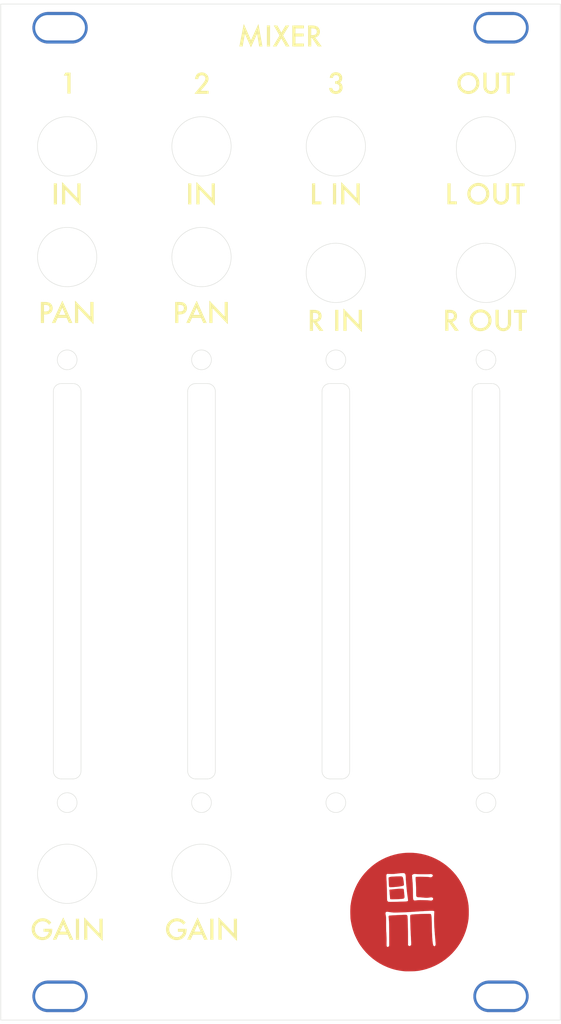
<source format=kicad_pcb>
(kicad_pcb (version 20240108) (generator "pcbnew") (generator_version "8.0")
  (title_block (title "Main Mixer") (date "2024-07-06") (rev "rev01") (company "Bristol Communal Modular") (comment 2 "creativecommons.org/licenses/by/4.0") (comment 3 "License: CC BY 4.0") (comment 4 "Author: Guy John"))
  (layers (0 "F.Cu" signal) (31 "B.Cu" signal) (36 "B.SilkS" user "B.Silkscreen") (37 "F.SilkS" user "F.Silkscreen") (38 "B.Mask" user) (39 "F.Mask" user) (44 "Edge.Cuts" user))
  (net 0 "")
  (footprint "Rumblesan_Panel_Hardware:PanelHole_3.2mm_M3_elongated" (layer "F.Cu") (at 94.9 45)
    (property "Reference" "REF**" (hide yes))
    (property "Value" "PanelHole_3.2mm_M3_elongated" (hide yes))
    (pad "" thru_hole oval (at 0 0) (size 7 4) (drill oval 6.3 3.2) (layers "*.Cu" "*.Mask"))
  )
  (footprint "BCM_Graphics:BCM_Logo_small_Copper_15mmx15mm" (layer "F.Cu") (at 83.3 156.8)
    (property "Reference" "Ref**" (hide yes))
    (property "Value" "Val**" (hide yes))
    (fp_poly (pts (xy -1.08233 -4.469259) (xy -1.010851 -4.464089) (xy -0.958332 -4.454807) (xy -0.920103 -4.440901) (xy -0.891496 -4.421861) (xy -0.867841 -4.397176) (xy -0.847985 -4.371162) (xy -0.821965 -4.316842) (xy -0.794875 -4.226835) (xy -0.768042 -4.10772) (xy -0.742792 -3.966076) (xy -0.720451 -3.808482) (xy -0.70362 -3.655192) (xy -0.692829 -3.527286) (xy -0.690532 -3.434491) (xy -0.699961 -3.369914) (xy -0.724345 -3.326662) (xy -0.766917 -3.297842) (xy -0.830905 -3.276561) (xy -0.88739 -3.263083) (xy -1.094397 -3.222924) (xy -1.339173 -3.187172) (xy -1.622862 -3.155698) (xy -1.946607 -3.128371) (xy -2.248081 -3.108658) (xy -2.34967 -3.103562) (xy -2.418466 -3.102975) (xy -2.46386 -3.107864) (xy -2.495242 -3.119195) (xy -2.520491 -3.136692) (xy -2.535527 -3.150199) (xy -2.547543 -3.166722) (xy -2.557198 -3.191316) (xy -2.565154 -3.229034) (xy -2.572072 -3.284928) (xy -2.578613 -3.364051) (xy -2.585437 -3.471457) (xy -2.593205 -3.612199) (xy -2.600248 -3.746494) (xy -2.608699 -3.923589) (xy -2.614279 -4.073351) (xy -2.616933 -4.192491) (xy -2.616604 -4.277722) (xy -2.613238 -4.325755) (xy -2.610221 -4.334989) (xy -2.581163 -4.350284) (xy -2.523423 -4.37186) (xy -2.449245 -4.395163) (xy -2.445798 -4.396156) (xy -2.396265 -4.408672) (xy -2.339504 -4.419127) (xy -2.270141 -4.427948) (xy -2.182802 -4.435559) (xy -2.072114 -4.442385) (xy -1.932702 -4.448851) (xy -1.759194 -4.455383) (xy -1.651221 -4.459029) (xy -1.457214 -4.465201) (xy -1.300843 -4.469305) (xy -1.177438 -4.470828) (xy -1.08233 -4.469259)) (stroke (width 0.01)) (fill solid) (layer "F.Cu"))
    (fp_poly (pts (xy -0.852078 -2.908395) (xy -0.786455 -2.900744) (xy -0.744601 -2.884402) (xy -0.720332 -2.856128) (xy -0.707464 -2.812682) (xy -0.699814 -2.750823) (xy -0.695772 -2.709579) (xy -0.688417 -2.639157) (xy -0.677686 -2.539569) (xy -0.664984 -2.423712) (xy -0.651712 -2.30448) (xy -0.650853 -2.296829) (xy -0.632567 -2.125274) (xy -0.621325 -1.990449) (xy -0.617956 -1.88721) (xy -0.623288 -1.810412) (xy -0.638149 -1.754912) (xy -0.663367 -1.715566) (xy -0.69977 -1.687228) (xy -0.748186 -1.664755) (xy -0.752885 -1.662949) (xy -0.805099 -1.650679) (xy -0.893173 -1.638489) (xy -1.010634 -1.626663) (xy -1.151012 -1.615487) (xy -1.307832 -1.605245) (xy -1.474623 -1.596223) (xy -1.644912 -1.588707) (xy -1.812227 -1.582981) (xy -1.970094 -1.579331) (xy -2.112043 -1.578041) (xy -2.231599 -1.579398) (xy -2.322292 -1.583685) (xy -2.377647 -1.591189) (xy -2.378201 -1.591335) (xy -2.409254 -1.614024) (xy -2.428465 -1.665627) (xy -2.437306 -1.7513) (xy -2.438292 -1.801815) (xy -2.442989 -1.890428) (xy -2.454498 -1.987652) (xy -2.460735 -2.024065) (xy -2.469751 -2.084859) (xy -2.479052 -2.171924) (xy -2.488095 -2.27649) (xy -2.496334 -2.389785) (xy -2.503226 -2.503038) (xy -2.508227 -2.607478) (xy -2.510792 -2.694334) (xy -2.510377 -2.754834) (xy -2.507532 -2.77837) (xy -2.480012 -2.795533) (xy -2.418139 -2.80419) (xy -2.388692 -2.804904) (xy -2.33411 -2.807495) (xy -2.245969 -2.81467) (xy -2.132698 -2.825609) (xy -2.002724 -2.839493) (xy -1.864475 -2.8555) (xy -1.845914 -2.857745) (xy -1.519521 -2.891262) (xy -1.226314 -2.908199) (xy -1.079368 -2.910587) (xy -0.947654 -2.910596) (xy -0.852078 -2.908395)) (stroke (width 0.01)) (fill solid) (layer "F.Cu"))
    (fp_poly (pts (xy 0.348261 -7.456552) (xy 0.904114 -7.41176) (xy 1.45729 -7.325602) (xy 2.00579 -7.198067) (xy 2.372958 -7.088395) (xy 2.893302 -6.896874) (xy 3.394118 -6.668751) (xy 3.873885 -6.405737) (xy 4.331083 -6.109543) (xy 4.764191 -5.781879) (xy 5.171689 -5.424456) (xy 5.552057 -5.038985) (xy 5.903774 -4.627176) (xy 6.225319 -4.190739) (xy 6.515173 -3.731385) (xy 6.771816 -3.250825) (xy 6.993726 -2.75077) (xy 7.179383 -2.232929) (xy 7.327268 -1.699014) (xy 7.381165 -1.453578) (xy 7.419791 -1.255978) (xy 7.450621 -1.080926) (xy 7.474487 -0.919357) (xy 7.492224 -0.762206) (xy 7.504662 -0.600407) (xy 7.512636 -0.424896) (xy 7.516978 -0.226608) (xy 7.518521 0.003522) (xy 7.518562 0.042088) (xy 7.517669 0.273087) (xy 7.514229 0.470843) (xy 7.507486 0.64441) (xy 7.496684 0.802839) (xy 7.481065 0.955184) (xy 7.459872 1.110497) (xy 7.432349 1.277832) (xy 7.400883 1.449671) (xy 7.27749 1.990136) (xy 7.115582 2.515557) (xy 6.916725 3.024275) (xy 6.682484 3.514635) (xy 6.414428 3.984979) (xy 6.114121 4.433649) (xy 5.783129 4.85899) (xy 5.42302 5.259344) (xy 5.035358 5.633054) (xy 4.621711 5.978462) (xy 4.183644 6.293913) (xy 3.722724 6.577749) (xy 3.240517 6.828313) (xy 2.738589 7.043947) (xy 2.218505 7.222996) (xy 1.847751 7.324868) (xy 1.589544 7.385426) (xy 1.351978 7.43362) (xy 1.124423 7.470748) (xy 0.896247 7.498109) (xy 0.656819 7.517) (xy 0.395509 7.528719) (xy 0.133169 7.534203) (xy -0.022928 7.535781) (xy -0.169201 7.536612) (xy -0.299065 7.53671) (xy -0.405939 7.536087) (xy -0.48324 7.534756) (xy -0.522998 7.532878) (xy -0.921669 7.487477) (xy -1.287802 7.432419) (xy -1.63052 7.36555) (xy -1.95895 7.284714) (xy -2.282216 7.187757) (xy -2.609442 7.072522) (xy -2.819581 6.990441) (xy -3.313698 6.768183) (xy -3.791684 6.507919) (xy -4.251128 6.211693) (xy -4.68962 5.881546) (xy -5.104747 5.519521) (xy -5.494101 5.12766) (xy -5.855269 4.708007) (xy -6.185842 4.262604) (xy -6.368927 3.983162) (xy -6.451919 3.842837) (xy -6.54484 3.673419) (xy -6.642522 3.485369) (xy -6.739798 3.289142) (xy -6.8315 3.095199) (xy -6.912461 2.913997) (xy -6.977512 2.755993) (xy -6.985152 2.736065) (xy -7.160036 2.218288) (xy -7.300848 1.678433) (xy -7.406449 1.121022) (xy -7.426584 0.984005) (xy -7.439006 0.866642) (xy -7.449152 0.715143) (xy -7.456972 0.53763) (xy -7.462416 0.342223) (xy -7.4648 0.180091) (xy -3.023933 0.180091) (xy -3.020036 0.272165) (xy -3.000023 0.39537) (xy -2.991569 0.436823) (xy -2.979571 0.496301) (xy -2.969869 0.552527) (xy -2.962237 0.610721) (xy -2.956447 0.6761) (xy -2.952274 0.753883) (xy -2.94949 0.849289) (xy -2.947868 0.967536) (xy -2.947182 1.113843) (xy -2.947204 1.293428) (xy -2.94754 1.449671) (xy -2.947186 1.743749) (xy -2.94438 2.001413) (xy -2.938967 2.228519) (xy -2.930792 2.430926) (xy -2.919699 2.614489) (xy -2.914941 2.677338) (xy -2.899943 2.902948) (xy -2.890345 3.141002) (xy -2.885887 3.401048) (xy -2.886313 3.692636) (xy -2.886626 3.725088) (xy -2.888305 3.903637) (xy -2.889061 4.044835) (xy -2.888652 4.153656) (xy -2.886835 4.235077) (xy -2.883368 4.294074) (xy -2.878007 4.335622) (xy -2.87051 4.364697) (xy -2.860635 4.386275) (xy -2.853847 4.39713) (xy -2.799687 4.445608) (xy -2.732497 4.457872) (xy -2.660741 4.434178) (xy -2.605823 4.389599) (xy -2.566565 4.340486) (xy -2.543605 4.298222) (xy -2.54149 4.289058) (xy -2.541043 4.26237) (xy -2.54073 4.19697) (xy -2.540547 4.096475) (xy -2.540494 3.964506) (xy -2.540568 3.804682) (xy -2.540766 3.620623) (xy -2.541087 3.415949) (xy -2.541529 3.194278) (xy -2.542089 2.959231) (xy -2.542331 2.867838) (xy -2.543438 2.551909) (xy -2.545019 2.274307) (xy -2.547202 2.031026) (xy -2.550117 1.81806) (xy -2.553893 1.631403) (xy -2.55866 1.467051) (xy -2.564546 1.320998) (xy -2.571681 1.189238) (xy -2.580194 1.067766) (xy -2.590214 0.952575) (xy -2.601871 0.839662) (xy -2.610066 0.768292) (xy -2.620142 0.656929) (xy -2.617834 0.579889) (xy -2.600914 0.530401) (xy -2.567153 0.501689) (xy -2.517699 0.487531) (xy -2.477481 0.483362) (xy -2.400438 0.477715) (xy -2.29204 0.470858) (xy -2.157758 0.463057) (xy -2.003064 0.45458) (xy -1.833429 0.445694) (xy -1.654324 0.436667) (xy -1.471221 0.427765) (xy -1.28959 0.419255) (xy -1.114904 0.411406) (xy -0.952634 0.404483) (xy -0.80825 0.398754) (xy -0.687224 0.394486) (xy -0.595027 0.391947) (xy -0.54778 0.391338) (xy -0.433168 0.394093) (xy -0.353195 0.405592) (xy -0.300345 0.430686) (xy -0.267103 0.474226) (xy -0.245952 0.541064) (xy -0.236264 0.592421) (xy -0.229962 0.6503) (xy -0.223587 0.746514) (xy -0.217229 0.877062) (xy -0.210979 1.037947) (xy -0.204928 1.225168) (xy -0.199167 1.434729) (xy -0.193786 1.662628) (xy -0.188878 1.904868) (xy -0.184532 2.15745) (xy -0.180839 2.416374) (xy -0.177891 2.677642) (xy -0.175779 2.937255) (xy -0.174592 3.191213) (xy -0.174375 3.314499) (xy -0.173748 4.195077) (xy -0.125442 4.266999) (xy -0.065207 4.32848) (xy 0.004625 4.348969) (xy 0.082889 4.328417) (xy 0.154945 4.27884) (xy 0.239002 4.206179) (xy 0.238521 3.965633) (xy 0.236974 3.877045) (xy 0.232879 3.755172) (xy 0.226643 3.608961) (xy 0.218671 3.447359) (xy 0.209367 3.279311) (xy 0.201707 3.153588) (xy 0.191491 2.979663) (xy 0.180873 2.775299) (xy 0.170382 2.552381) (xy 0.160551 2.322792) (xy 0.151911 2.098416) (xy 0.144994 1.891139) (xy 0.144453 1.873005) (xy 0.138925 1.687151) (xy 0.133287 1.5002) (xy 0.127784 1.32018) (xy 0.122666 1.155122) (xy 0.118179 1.013056) (xy 0.114573 0.902012) (xy 0.113415 0.867588) (xy 0.110776 0.706151) (xy 0.114628 0.574471) (xy 0.124695 0.476038) (xy 0.140696 0.414344) (xy 0.150808 0.398393) (xy 0.176766 0.385104) (xy 0.22905 0.372568) (xy 0.310606 0.360443) (xy 0.424379 0.348389) (xy 0.573317 0.336067) (xy 0.760366 0.323136) (xy 0.852836 0.317329) (xy 1.017693 0.308017) (xy 1.19702 0.299277) (xy 1.385645 0.29124) (xy 1.578395 0.284037) (xy 1.770099 0.277798) (xy 1.955585 0.272654) (xy 2.129682 0.268735) (xy 2.287216 0.266174) (xy 2.423017 0.265099) (xy 2.531913 0.265642) (xy 2.608732 0.267934) (xy 2.647785 0.271971) (xy 2.682082 0.285194) (xy 2.711825 0.308373) (xy 2.737387 0.344405) (xy 2.75914 0.39619) (xy 2.777457 0.466624) (xy 2.792713 0.558608) (xy 2.805278 0.675037) (xy 2.815527 0.818811) (xy 2.823832 0.992828) (xy 2.830567 1.199986) (xy 2.836104 1.443182) (xy 2.840816 1.725316) (xy 2.841568 1.777755) (xy 2.848098 2.132724) (xy 2.85736 2.469343) (xy 2.869168 2.78509) (xy 2.883339 3.077443) (xy 2.899689 3.343881) (xy 2.918035 3.581881) (xy 2.938193 3.788923) (xy 2.959978 3.962484) (xy 2.983208 4.100043) (xy 3.007699 4.199078) (xy 3.020519 4.233724) (xy 3.072145 4.316246) (xy 3.132361 4.360498) (xy 3.194644 4.367751) (xy 3.252471 4.33928) (xy 3.29932 4.276356) (xy 3.328667 4.180252) (xy 3.329739 4.17339) (xy 3.331299 4.129707) (xy 3.329198 4.050162) (xy 3.323799 3.941033) (xy 3.315467 3.808599) (xy 3.304565 3.659141) (xy 3.291457 3.498936) (xy 3.289036 3.471088) (xy 3.259666 3.132779) (xy 3.234278 2.832059) (xy 3.212603 2.564399) (xy 3.194372 2.325269) (xy 3.179313 2.110139) (xy 3.167157 1.914479) (xy 3.157633 1.733761) (xy 3.150472 1.563453) (xy 3.145402 1.399026) (xy 3.142155 1.235952) (xy 3.14046 1.069698) (xy 3.140088 0.973421) (xy 3.140378 0.800737) (xy 3.14181 0.632836) (xy 3.144236 0.476845) (xy 3.14751 0.339889) (xy 3.151486 0.229095) (xy 3.156016 0.15159) (xy 3.15731 0.137338) (xy 3.165625 0.049314) (xy 3.167629 -0.007068) (xy 3.161969 -0.042207) (xy 3.147289 -0.066504) (xy 3.128379 -0.084912) (xy 3.109419 -0.096974) (xy 3.080369 -0.107071) (xy 3.039239 -0.115128) (xy 2.984041 -0.121071) (xy 2.912784 -0.124822) (xy 2.823478 -0.126308) (xy 2.714134 -0.125453) (xy 2.582762 -0.122182) (xy 2.427372 -0.11642) (xy 2.245974 -0.108091) (xy 2.036579 -0.097119) (xy 1.797197 -0.083431) (xy 1.525837 -0.06695) (xy 1.220511 -0.047601) (xy 0.879229 -0.02531) (xy 0.5 0) (xy 0.080835 0.028403) (xy 0.016752 0.032774) (xy -0.177017 0.044691) (xy -0.400406 0.056245) (xy -0.640702 0.066916) (xy -0.885193 0.076186) (xy -1.121165 0.083536) (xy -1.335907 0.088446) (xy -1.355065 0.088772) (xy -1.550489 0.091895) (xy -1.710057 0.094) (xy -1.840237 0.094815) (xy -1.947499 0.094067) (xy -2.038313 0.091485) (xy -2.119149 0.086796) (xy -2.196475 0.079729) (xy -2.276763 0.070012) (xy -2.366481 0.057372) (xy -2.469732 0.041895) (xy -2.606086 0.021378) (xy -2.707216 0.006947) (xy -2.779752 -0.001652) (xy -2.830326 -0.004676) (xy -2.86557 -0.00238) (xy -2.892114 0.004982) (xy -2.916589 0.017153) (xy -2.928832 0.02421) (xy -2.979341 0.062757) (xy -3.010705 0.112503) (xy -3.023933 0.180091) (xy -7.4648 0.180091) (xy -7.465433 0.137046) (xy -7.465974 -0.06978) (xy -7.463987 -0.270134) (xy -7.459422 -0.455893) (xy -7.45223 -0.618936) (xy -7.442359 -0.751141) (xy -7.437596 -0.793995) (xy -7.344495 -1.373496) (xy -7.214128 -1.933206) (xy -7.046621 -2.47287) (xy -6.8421 -2.992229) (xy -6.600691 -3.491029) (xy -6.32252 -3.969011) (xy -6.007713 -4.425919) (xy -5.915691 -4.540012) (xy -2.915111 -4.540012) (xy -2.913827 -4.459473) (xy -2.910046 -4.354247) (xy -2.903825 -4.220253) (xy -2.895222 -4.053412) (xy -2.884291 -3.849641) (xy -2.880447 -3.778495) (xy -2.875289 -3.669498) (xy -2.869549 -3.524899) (xy -2.863411 -3.351424) (xy -2.857062 -3.155797) (xy -2.850685 -2.944742) (xy -2.844467 -2.724986) (xy -2.838593 -2.503252) (xy -2.833246 -2.286265) (xy -2.828613 -2.080751) (xy -2.824879 -1.893435) (xy -2.822229 -1.73104) (xy -2.820964 -1.617334) (xy -2.818421 -1.521571) (xy -2.810916 -1.455643) (xy -2.796019 -1.40713) (xy -2.771321 -1.363642) (xy -2.754166 -1.337213) (xy -2.738828 -1.314508) (xy -2.722162 -1.295326) (xy -2.701027 -1.279466) (xy -2.672277 -1.266726) (xy -2.63277 -1.256906) (xy -2.579363 -1.249805) (xy -2.508912 -1.245221) (xy -2.418274 -1.242953) (xy -2.304306 -1.2428) (xy -2.163864 -1.244562) (xy -1.993804 -1.248036) (xy -1.790984 -1.253022) (xy -1.55226 -1.259318) (xy -1.274489 -1.266724) (xy -1.261806 -1.26706) (xy -1.030666 -1.273297) (xy -0.838091 -1.27886) (xy -0.680323 -1.283978) (xy -0.553604 -1.288883) (xy -0.454176 -1.293805) (xy -0.37828 -1.298974) (xy -0.322158 -1.30462) (xy -0.282053 -1.310975) (xy -0.254205 -1.318268) (xy -0.234857 -1.326731) (xy -0.228794 -1.330404) (xy -0.184296 -1.367109) (xy -0.158411 -1.401999) (xy -0.156824 -1.434398) (xy -0.161436 -1.499977) (xy -0.171394 -1.590176) (xy -0.185843 -1.696432) (xy -0.191541 -1.734141) (xy -0.221909 -1.943603) (xy -0.253374 -2.185129) (xy -0.285104 -2.450406) (xy -0.316267 -2.731123) (xy -0.34603 -3.018966) (xy -0.373561 -3.305622) (xy -0.398028 -3.582778) (xy -0.418599 -3.842122) (xy -0.43444 -4.075341) (xy -0.443911 -4.254745) (xy -0.452277 -4.420297) (xy -0.46241 -4.549319) (xy -0.463891 -4.56013) (xy 0.33562 -4.56013) (xy 0.340053 -4.486979) (xy 0.341647 -4.468257) (xy 0.347409 -4.402143) (xy 0.356115 -4.302566) (xy 0.367003 -4.178237) (xy 0.379309 -4.037864) (xy 0.392271 -3.890156) (xy 0.3965 -3.841995) (xy 0.411666 -3.645347) (xy 0.424088 -3.429956) (xy 0.433981 -3.19034) (xy 0.441561 -2.921015) (xy 0.447041 -2.616498) (xy 0.448289 -2.519079) (xy 0.45112 -2.299012) (xy 0.454081 -2.117195) (xy 0.45736 -1.969542) (xy 0.461146 -1.851969) (xy 0.465627 -1.760392) (xy 0.470994 -1.690726) (xy 0.477435 -1.638887) (xy 0.485139 -1.600791) (xy 0.491784 -1.57899) (xy 0.516502 -1.517142) (xy 0.539609 -1.470449) (xy 0.546956 -1.459495) (xy 0.587902 -1.433227) (xy 0.658087 -1.420448) (xy 0.760849 -1.421012) (xy 0.899528 -1.43477) (xy 0.950134 -1.441663) (xy 1.031454 -1.452176) (xy 1.112954 -1.459931) (xy 1.20141 -1.465088) (xy 1.303596 -1.467808) (xy 1.426286 -1.468252) (xy 1.576254 -1.466579) (xy 1.760276 -1.46295) (xy 1.805336 -1.46192) (xy 1.987591 -1.456776) (xy 2.156629 -1.450263) (xy 2.306306 -1.442723) (xy 2.430474 -1.434496) (xy 2.522987 -1.425925) (xy 2.567336 -1.419584) (xy 2.708805 -1.402031) (xy 2.820304 -1.409422) (xy 2.90631 -1.442099) (xy 2.912376 -1.445915) (xy 2.975879 -1.507136) (xy 3.011432 -1.583294) (xy 3.016854 -1.66299) (xy 2.98996 -1.73482) (xy 2.971867 -1.756638) (xy 2.915206 -1.797622) (xy 2.841878 -1.819996) (xy 2.745275 -1.824486) (xy 2.618787 -1.811819) (xy 2.558379 -1.802118) (xy 2.421699 -1.782423) (xy 2.284879 -1.771788) (xy 2.138231 -1.770184) (xy 1.972065 -1.777583) (xy 1.776695 -1.793954) (xy 1.720669 -1.799599) (xy 1.593928 -1.811368) (xy 1.464046 -1.821123) (xy 1.345759 -1.827891) (xy 1.253803 -1.8307) (xy 1.249031 -1.830722) (xy 1.1412 -1.835392) (xy 1.050815 -1.847696) (xy 0.999561 -1.86215) (xy 0.963599 -1.879107) (xy 0.934582 -1.899758) (xy 0.911767 -1.928519) (xy 0.894412 -1.969806) (xy 0.881774 -2.028033) (xy 0.87311 -2.107614) (xy 0.867677 -2.212965) (xy 0.864732 -2.348501) (xy 0.863533 -2.518637) (xy 0.863333 -2.671857) (xy 0.861745 -2.914549) (xy 0.857217 -3.144273) (xy 0.850005 -3.353202) (xy 0.840361 -3.533513) (xy 0.831726 -3.644826) (xy 0.812697 -3.86763) (xy 0.800405 -4.049868) (xy 0.794825 -4.192766) (xy 0.795933 -4.297549) (xy 0.803704 -4.365442) (xy 0.816867 -4.396524) (xy 0.846159 -4.404753) (xy 0.912051 -4.411277) (xy 1.008846 -4.416163) (xy 1.130847 -4.419473) (xy 1.272357 -4.421272) (xy 1.427681 -4.421624) (xy 1.591121 -4.420592) (xy 1.75698 -4.418241) (xy 1.919561 -4.414634) (xy 2.073169 -4.409836) (xy 2.212106 -4.40391) (xy 2.330675 -4.396921) (xy 2.42318 -4.388932) (xy 2.483924 -4.380007) (xy 2.493252 -4.377702) (xy 2.638905 -4.350164) (xy 2.761184 -4.356765) (xy 2.859306 -4.397292) (xy 2.93249 -4.471536) (xy 2.949997 -4.501376) (xy 2.975435 -4.58355) (xy 2.960453 -4.653216) (xy 2.905155 -4.710111) (xy 2.857363 -4.735966) (xy 2.809239 -4.755222) (xy 2.763954 -4.766393) (xy 2.710162 -4.770347) (xy 2.63652 -4.76795) (xy 2.536724 -4.760491) (xy 2.443754 -4.755182) (xy 2.315919 -4.751317) (xy 2.160661 -4.748845) (xy 1.98542 -4.747715) (xy 1.797638 -4.747876) (xy 1.604758 -4.749278) (xy 1.41422 -4.751868) (xy 1.233466 -4.755597) (xy 1.069938 -4.760414) (xy 0.931078 -4.766266) (xy 0.836444 -4.772137) (xy 0.729352 -4.779549) (xy 0.654019 -4.781864) (xy 0.600099 -4.778381) (xy 0.557246 -4.768399) (xy 0.515114 -4.751217) (xy 0.512967 -4.750215) (xy 0.446661 -4.713871) (xy 0.38883 -4.673629) (xy 0.37786 -4.66414) (xy 0.352263 -4.636482) (xy 0.338936 -4.605888) (xy 0.33562 -4.56013) (xy -0.463891 -4.56013) (xy -0.475881 -4.647617) (xy -0.494262 -4.720995) (xy -0.519123 -4.775257) (xy -0.552036 -4.816208) (xy -0.594572 -4.849651) (xy -0.607125 -4.857662) (xy -0.640932 -4.875085) (xy -0.681324 -4.887719) (xy -0.732774 -4.895451) (xy -0.799755 -4.898166) (xy -0.886739 -4.895754) (xy -0.998198 -4.8881) (xy -1.138607 -4.875092) (xy -1.312436 -4.856616) (xy -1.502729 -4.835038) (xy -1.68097 -4.814822) (xy -1.825814 -4.799544) (xy -1.945849 -4.788737) (xy -2.049664 -4.781936) (xy -2.145847 -4.778672) (xy -2.242988 -4.77848) (xy -2.349677 -4.780893) (xy -2.440326 -4.784101) (xy -2.812487 -4.798455) (xy -2.867231 -4.733395) (xy -2.882111 -4.715265) (xy -2.894155 -4.696937) (xy -2.903421 -4.674329) (xy -2.909965 -4.643359) (xy -2.913843 -4.599948) (xy -2.915111 -4.540012) (xy -5.915691 -4.540012) (xy -5.656396 -4.861496) (xy -5.268696 -5.275486) (xy -5.208913 -5.334245) (xy -4.794319 -5.711093) (xy -4.364648 -6.049132) (xy -3.917151 -6.350054) (xy -3.449075 -6.61555) (xy -2.957671 -6.847312) (xy -2.440187 -7.047031) (xy -2.401183 -7.060447) (xy -1.861934 -7.222304) (xy -1.315366 -7.342856) (xy -0.763478 -7.422088) (xy -0.208269 -7.459991) (xy 0.348261 -7.456552)) (stroke (width 0.01)) (fill solid) (layer "F.Cu"))
  )
  (footprint "Rumblesan_Panel_Hardware:PanelHole_3.2mm_M3_elongated" (layer "F.Cu") (at 94.9 167.5)
    (property "Reference" "REF**" (hide yes))
    (property "Value" "PanelHole_3.2mm_M3_elongated" (hide yes))
    (pad "" thru_hole oval (at 0 0) (size 7 4) (drill oval 6.3 3.2) (layers "*.Cu" "*.Mask"))
  )
  (footprint "Rumblesan_Panel_Hardware:PanelHole_3.2mm_M3_elongated" (layer "F.Cu") (at 39.1 45)
    (property "Reference" "REF**" (hide yes))
    (property "Value" "PanelHole_3.2mm_M3_elongated" (hide yes))
    (pad "" thru_hole oval (at 0 0) (size 7 4) (drill oval 6.3 3.2) (layers "*.Cu" "*.Mask"))
  )
  (footprint "Rumblesan_Panel_Hardware:PanelHole_3.2mm_M3_elongated" (layer "F.Cu") (at 39.1 167.5)
    (property "Reference" "REF**" (hide yes))
    (property "Value" "PanelHole_3.2mm_M3_elongated" (hide yes))
    (pad "" thru_hole oval (at 0 0) (size 7 4) (drill oval 6.3 3.2) (layers "*.Cu" "*.Mask"))
  )
  (gr_poly (pts (xy 65.674505 47.36856) (xy 65.273153 47.36856) (xy 65.273153 44.708953) (xy 65.674505 44.708953)) (stroke (width -0.000001)) (fill solid) (layer "F.SilkS"))
  (gr_poly (pts (xy 57.075117 50.648697) (xy 57.119176 50.651402) (xy 57.16232 50.65591) (xy 57.204549 50.662221) (xy 57.245864 50.670336) (xy 57.286263 50.680254) (xy 57.325746 50.691975) (xy 57.364315 50.7055) (xy 57.401969 50.720827) (xy 57.438708 50.737959) (xy 57.474531 50.756893) (xy 57.50944 50.777631) (xy 57.543433 50.800172) (xy 57.576511 50.824516) (xy 57.608675 50.850664) (xy 57.639922 50.878615) (xy 57.66996 50.907898) (xy 57.698059 50.938043) (xy 57.724221 50.969049) (xy 57.748444 51.000916) (xy 57.77073 51.033644) (xy 57.791077 51.067234) (xy 57.809487 51.101685) (xy 57.825959 51.136997) (xy 57.840492 51.17317) (xy 57.853088 51.210205) (xy 57.863746 51.248101) (xy 57.872467 51.286858) (xy 57.879249 51.326476) (xy 57.884094 51.366956) (xy 57.887 51.408297) (xy 57.887969 51.450499) (xy 57.887518 51.477596) (xy 57.886166 51.504625) (xy 57.883912 51.531587) (xy 57.880757 51.558482) (xy 57.876699 51.585309) (xy 57.87174 51.612069) (xy 57.86588 51.638762) (xy 57.859118 51.665388) (xy 57.851454 51.691946) (xy 57.842888 51.718437) (xy 57.833421 51.74486) (xy 57.823052 51.771216) (xy 57.811782 51.797505) (xy 57.799609 51.823726) (xy 57.786535 51.849881) (xy 57.772559 51.875967) (xy 57.757056 51.903743) (xy 57.739829 51.932811) (xy 57.720881 51.963171) (xy 57.70021 51.994822) (xy 57.677817 52.027766) (xy 57.653701 52.062002) (xy 57.627863 52.097529) (xy 57.600303 52.134348) (xy 57.571369 52.172244) (xy 57.540551 52.211863) (xy 57.473263 52.296268) (xy 57.398441 52.387562) (xy 57.316085 52.485747) (xy 56.902671 52.974959) (xy 57.893134 52.974959) (xy 57.893134 53.352194) (xy 56.106857 53.352194) (xy 57.030143 52.234263) (xy 57.095384 52.153518) (xy 57.155027 52.078372) (xy 57.20907 52.008824) (xy 57.257514 51.944876) (xy 57.280069 51.914921) (xy 57.301224 51.886203) (xy 57.320979 51.858723) (xy 57.339335 51.832481) (xy 57.356291 51.807477) (xy 57.371848 51.783711) (xy 57.386006 51.761183) (xy 57.398765 51.739893) (xy 57.410655 51.719782) (xy 57.421778 51.699925) (xy 57.432134 51.680325) (xy 57.441723 51.66098) (xy 57.450545 51.641891) (xy 57.4586 51.623057) (xy 57.465887 51.604479) (xy 57.472408 51.586157) (xy 57.478161 51.56809) (xy 57.483147 51.550279) (xy 57.487366 51.532724) (xy 57.490818 51.515424) (xy 57.493503 51.49838) (xy 57.495421 51.481592) (xy 57.496572 51.465059) (xy 57.496955 51.448782) (xy 57.496444 51.425764) (xy 57.49491 51.403216) (xy 57.492353 51.381139) (xy 57.488773 51.359533) (xy 57.48417 51.338398) (xy 57.478545 51.317734) (xy 57.471897 51.297541) (xy 57.464226 51.277819) (xy 57.455533 51.258568) (xy 57.445816 51.239788) (xy 57.435077 51.221479) (xy 57.423316 51.203641) (xy 57.410531 51.186274) (xy 57.396724 51.169379) (xy 57.381895 51.152954) (xy 57.366042 51.137) (xy 57.349436 51.121772) (xy 57.332346 51.107527) (xy 57.314771 51.094265) (xy 57.296711 51.081985) (xy 57.278167 51.070687) (xy 57.259139 51.060372) (xy 57.239625 51.051039) (xy 57.219628 51.042689) (xy 57.199145 51.035321) (xy 57.178179 51.028935) (xy 57.156728 51.023532) (xy 57.134792 51.019111) (xy 57.112372 51.015673) (xy 57.089467 51.013217) (xy 57.066078 51.011743) (xy 57.042205 51.011252) (xy 57.01735 51.011718) (xy 56.993167 51.013116) (xy 56.969657 51.015446) (xy 56.94682 51.018707) (xy 56.924655 51.022901) (xy 56.903164 51.028027) (xy 56.882346 51.034084) (xy 56.8622 51.041074) (xy 56.842727 51.048995) (xy 56.823927 51.057848) (xy 56.8058 51.067634) (xy 56.788346 51.078351) (xy 56.771564 51.09) (xy 56.755456 51.102581) (xy 56.74002 51.116094) (xy 56.725257 51.130539) (xy 56.711167 51.145916) (xy 56.69775 51.162224) (xy 56.685006 51.179465) (xy 56.672935 51.197638) (xy 56.661536 51.216742) (xy 56.650811 51.236779) (xy 56.640758 51.257747) (xy 56.631379 51.279647) (xy 56.622672 51.302479) (xy 56.614638 51.326243) (xy 56.607277 51.350939) (xy 56.600589 51.376567) (xy 56.594574 51.403127) (xy 56.589231 51.430619) (xy 56.580566 51.488398) (xy 56.18093 51.488398) (xy 56.195552 51.386606) (xy 56.2153 51.291382) (xy 56.240176 51.202724) (xy 56.254536 51.160858) (xy 56.270179 51.120634) (xy 56.287103 51.082052) (xy 56.305309 51.045111) (xy 56.324797 51.009813) (xy 56.345566 50.976156) (xy 56.367618 50.944141) (xy 56.390951 50.913767) (xy 56.415566 50.885036) (xy 56.441463 50.857946) (xy 56.468641 50.832498) (xy 56.497102 50.808692) (xy 56.526844 50.786528) (xy 56.557869 50.766005) (xy 56.590175 50.747124) (xy 56.623762 50.729885) (xy 56.658632 50.714288) (xy 56.694784 50.700333) (xy 56.732217 50.688019) (xy 56.770932 50.677348) (xy 56.81093 50.668318) (xy 56.852208 50.66093) (xy 56.894769 50.655183) (xy 56.938612 50.651079) (xy 56.983737 50.648616) (xy 57.030143 50.647795)) (stroke (width -0.000001)) (fill solid) (layer "F.SilkS"))
  (gr_poly (pts (xy 40.430626 53.329802) (xy 40.029274 53.329802) (xy 40.029274 51.04571) (xy 39.569355 51.04571) (xy 39.789841 50.670195) (xy 40.430626 50.670195)) (stroke (width -0.000001)) (fill solid) (layer "F.SilkS"))
  (gr_poly (pts (xy 41.508934 160.339275) (xy 41.107582 160.339275) (xy 41.107582 157.679668) (xy 41.508934 157.679668)) (stroke (width -0.000001)) (fill solid) (layer "F.SilkS"))
  (gr_poly (pts (xy 44.087582 159.52795) (xy 44.087582 157.679653) (xy 44.488934 157.679653) (xy 44.488934 160.501186) (xy 42.549347 158.477199) (xy 42.549347 160.339275) (xy 42.147999 160.339275) (xy 42.147999 157.49879)) (stroke (width -0.000001)) (fill solid) (layer "F.SilkS"))
  (gr_poly (pts (xy 38.710667 67.339277) (xy 38.309315 67.339277) (xy 38.309315 64.67967) (xy 38.710667 64.67967)) (stroke (width -0.000001)) (fill solid) (layer "F.SilkS"))
  (gr_poly (pts (xy 58.289314 66.527959) (xy 58.289314 64.67967) (xy 58.690666 64.67967) (xy 58.690666 67.501195) (xy 56.751083 65.477209) (xy 56.751083 67.339277) (xy 56.349731 67.339277) (xy 56.349731 64.4988)) (stroke (width -0.000001)) (fill solid) (layer "F.SilkS"))
  (gr_poly (pts (xy 93.068898 52.273055) (xy 93.069336 52.315183) (xy 93.070648 52.355871) (xy 93.072835 52.395119) (xy 93.075896 52.432928) (xy 93.079833 52.469296) (xy 93.084644 52.504225) (xy 93.090329 52.537714) (xy 93.09689 52.569762) (xy 93.104325 52.600371) (xy 93.112634 52.62954) (xy 93.121819 52.657269) (xy 93.131878 52.683558) (xy 93.142811 52.708406) (xy 93.15462 52.731815) (xy 93.167302 52.753784) (xy 93.18086 52.774313) (xy 93.202278 52.802056) (xy 93.22476 52.828009) (xy 93.248304 52.852171) (xy 93.272912 52.874544) (xy 93.298582 52.895128) (xy 93.325316 52.913921) (xy 93.353113 52.930924) (xy 93.381973 52.946138) (xy 93.411895 52.959562) (xy 93.442881 52.971196) (xy 93.47493 52.98104) (xy 93.508042 52.989094) (xy 93.542217 52.995358) (xy 93.577455 52.999833) (xy 93.613756 53.002518) (xy 93.65112 53.003413) (xy 93.688694 53.002518) (xy 93.725191 52.999833) (xy 93.760611 52.995358) (xy 93.794954 52.989094) (xy 93.828221 52.98104) (xy 93.860411 52.971196) (xy 93.891524 52.959562) (xy 93.921561 52.946138) (xy 93.95052 52.930924) (xy 93.978404 52.913921) (xy 94.00521 52.895128) (xy 94.030939 52.874544) (xy 94.055592 52.852171) (xy 94.079168 52.828009) (xy 94.101668 52.802056) (xy 94.12309 52.774313) (xy 94.136649 52.754389) (xy 94.149333 52.732945) (xy 94.161142 52.709979) (xy 94.172076 52.685494) (xy 94.182136 52.659487) (xy 94.191321 52.63196) (xy 94.199631 52.602913) (xy 94.207067 52.572344) (xy 94.213627 52.540255) (xy 94.219313 52.506646) (xy 94.224125 52.471516) (xy 94.228061 52.434865) (xy 94.231123 52.396693) (xy 94.23331 52.357001) (xy 94.234622 52.315788) (xy 94.235059 52.273055) (xy 94.235059 50.671088) (xy 94.636411 50.671088) (xy 94.636411 52.383296) (xy 94.635388 52.435255) (xy 94.63232 52.486056) (xy 94.627206 52.5357) (xy 94.620047 52.584187) (xy 94.610843 52.631517) (xy 94.599593 52.677689) (xy 94.586297 52.722704) (xy 94.570957 52.766562) (xy 94.55357 52.809262) (xy 94.534138 52.850805) (xy 94.512661 52.89119) (xy 94.489138 52.930418) (xy 94.46357 52.968489) (xy 94.435957 53.005403) (xy 94.406298 53.041159) (xy 94.374593 53.075758) (xy 94.337248 53.112471) (xy 94.298854 53.146814) (xy 94.25941 53.178789) (xy 94.218916 53.208396) (xy 94.177373 53.235633) (xy 94.13478 53.260503) (xy 94.091137 53.283004) (xy 94.046445 53.303136) (xy 94.000703 53.3209) (xy 93.953912 53.336295) (xy 93.906071 53.349322) (xy 93.85718 53.35998) (xy 93.80724 53.36827) (xy 93.756249 53.374191) (xy 93.70421 53.377743) (xy 93.65112 53.378928) (xy 93.598038 53.377743) (xy 93.546018 53.374191) (xy 93.495062 53.36827) (xy 93.445168 53.35998) (xy 93.396338 53.349322) (xy 93.348571 53.336295) (xy 93.301867 53.3209) (xy 93.256226 53.303136) (xy 93.211648 53.283004) (xy 93.168133 53.260503) (xy 93.125682 53.235633) (xy 93.084294 53.208396) (xy 93.043968 53.178789) (xy 93.004706 53.146814) (xy 92.966508 53.112471) (xy 92.929372 53.075758) (xy 92.897666 53.041159) (xy 92.868006 53.005403) (xy 92.840391 52.968489) (xy 92.814821 52.930418) (xy 92.791297 52.89119) (xy 92.769819 52.850805) (xy 92.750386 52.809262) (xy 92.732998 52.766562) (xy 92.717656 52.722704) (xy 92.70436 52.677689) (xy 92.693109 52.631517) (xy 92.683904 52.584187) (xy 92.676744 52.5357) (xy 92.67163 52.486056) (xy 92.668562 52.435255) (xy 92.667539 52.383296) (xy 92.667539 50.671088) (xy 93.068898 50.671088)) (stroke (width -0.000001)) (fill solid) (layer "F.SilkS"))
  (gr_poly (pts (xy 74.316953 83.339275) (xy 73.915601 83.339275) (xy 73.915601 80.679668) (xy 74.316953 80.679668)) (stroke (width -0.000001)) (fill solid) (layer "F.SilkS"))
  (gr_poly (pts (xy 98.157281 81.04832) (xy 97.547502 81.04832) (xy 97.547502 83.330692) (xy 97.14615 83.330692) (xy 97.14615 81.04832) (xy 96.534639 81.04832) (xy 96.534639 80.671085) (xy 98.157281 80.671085)) (stroke (width -0.000001)) (fill solid) (layer "F.SilkS"))
  (gr_poly (pts (xy 64.709882 47.36856) (xy 64.298192 47.36856) (xy 64.041532 45.763149) (xy 63.254333 47.490859) (xy 62.489524 45.761425) (xy 62.203582 47.36856) (xy 61.788444 47.36856) (xy 62.348274 44.509136) (xy 63.261222 46.57619) (xy 64.206899 44.509136)) (stroke (width -0.000001)) (fill solid) (layer "F.SilkS"))
  (gr_poly (pts (xy 57.658874 82.339275) (xy 57.219627 82.339275) (xy 56.940574 81.693325) (xy 55.801971 81.693325) (xy 55.505691 82.339275) (xy 55.073333 82.339275) (xy 55.549699 81.316089) (xy 55.969062 81.316089) (xy 56.776931 81.316089) (xy 56.382468 80.411754) (xy 55.969062 81.316089) (xy 55.549699 81.316089) (xy 56.389358 79.512584)) (stroke (width -0.000001)) (fill solid) (layer "F.SilkS"))
  (gr_poly (pts (xy 76.895597 82.527957) (xy 76.895597 80.679668) (xy 77.296949 80.679668) (xy 77.296949 83.501194) (xy 75.357366 81.477207) (xy 75.357366 83.339275) (xy 74.956014 83.339275) (xy 74.956014 80.498798)) (stroke (width -0.000001)) (fill solid) (layer "F.SilkS"))
  (gr_poly (pts (xy 92.1101 64.622695) (xy 92.179258 64.627458) (xy 92.24715 64.635398) (xy 92.313778 64.646514) (xy 92.379141 64.660806) (xy 92.443238 64.678273) (xy 92.506071 64.698917) (xy 92.567639 64.722736) (xy 92.627941 64.749731) (xy 92.686979 64.779902) (xy 92.744751 64.813249) (xy 92.801259 64.849772) (xy 92.856501 64.889471) (xy 92.910479 64.932346) (xy 92.963191 64.978397) (xy 93.014638 65.027624) (xy 93.064074 65.079079) (xy 93.110321 65.131812) (xy 93.153378 65.185824) (xy 93.193246 65.241115) (xy 93.229925 65.297683) (xy 93.263414 65.35553) (xy 93.293714 65.414655) (xy 93.320824 65.475059) (xy 93.344745 65.536741) (xy 93.365476 65.599701) (xy 93.383019 65.66394) (xy 93.397371 65.729457) (xy 93.408534 65.796252) (xy 93.416508 65.864326) (xy 93.421292 65.933678) (xy 93.422887 66.004308) (xy 93.421286 66.07533) (xy 93.416481 66.144993) (xy 93.408474 66.213296) (xy 93.397264 66.28024) (xy 93.382851 66.345824) (xy 93.365235 66.41005) (xy 93.344416 66.472916) (xy 93.320394 66.534422) (xy 93.293169 66.59457) (xy 93.262741 66.653358) (xy 93.229111 66.710787) (xy 93.192277 66.766857) (xy 93.152241 66.821568) (xy 93.109001 66.874919) (xy 93.062559 66.926911) (xy 93.012914 66.977544) (xy 92.960787 67.026146) (xy 92.907327 67.071612) (xy 92.852535 67.113942) (xy 92.79641 67.153137) (xy 92.738954 67.189196) (xy 92.680165 67.222119) (xy 92.620044 67.251907) (xy 92.55859 67.278559) (xy 92.495804 67.302076) (xy 92.431687 67.322457) (xy 92.366236 67.339702) (xy 92.299454 67.353812) (xy 92.231339 67.364786) (xy 92.161892 67.372625) (xy 92.091113 67.377328) (xy 92.019002 67.378896) (xy 91.955033 67.377503) (xy 91.891884 67.373325) (xy 91.829556 67.36636) (xy 91.768049 67.35661) (xy 91.707363 67.344075) (xy 91.647498 67.328753) (xy 91.588454 67.310646) (xy 91.530231 67.289753) (xy 91.472829 67.266075) (xy 91.416247 67.239611) (xy 91.360487 67.210361) (xy 91.305548 67.178326) (xy 91.251429 67.143505) (xy 91.198131 67.105899) (xy 91.145655 67.065507) (xy 91.093999 67.022329) (xy 91.039348 66.972065) (xy 90.988224 66.919891) (xy 90.940625 66.865805) (xy 90.896551 66.809809) (xy 90.856004 66.751902) (xy 90.818983 66.692084) (xy 90.785487 66.630355) (xy 90.755517 66.566716) (xy 90.729073 66.501165) (xy 90.706155 66.433704) (xy 90.686763 66.364331) (xy 90.670897 66.293048) (xy 90.658556 66.219854) (xy 90.649742 66.144749) (xy 90.644453 66.067732) (xy 90.642806 65.994001) (xy 91.04749 65.994001) (xy 91.047498 65.994009) (xy 91.048655 66.048518) (xy 91.052128 66.101803) (xy 91.057914 66.153863) (xy 91.066016 66.204699) (xy 91.076432 66.254309) (xy 91.089163 66.302695) (xy 91.104209 66.349857) (xy 91.121569 66.395793) (xy 91.141244 66.440505) (xy 91.163233 66.483993) (xy 91.187538 66.526255) (xy 91.214157 66.567293) (xy 91.24309 66.607106) (xy 91.274338 66.645695) (xy 91.307901 66.683059) (xy 91.343778 66.719198) (xy 91.380953 66.753614) (xy 91.418842 66.785811) (xy 91.457443 66.815786) (xy 91.496758 66.843542) (xy 91.536787 66.869077) (xy 91.577528 66.892392) (xy 91.618983 66.913486) (xy 91.661151 66.93236) (xy 91.704033 66.949014) (xy 91.747627 66.963447) (xy 91.791935 66.975659) (xy 91.836957 66.985652) (xy 91.882691 66.993423) (xy 91.929139 66.998975) (xy 91.9763 67.002305) (xy 92.024175 67.003416) (xy 92.075986 67.002285) (xy 92.126774 66.998894) (xy 92.176539 66.993241) (xy 92.225282 66.985328) (xy 92.273002 66.975154) (xy 92.319699 66.962719) (xy 92.365373 66.948024) (xy 92.410024 66.931067) (xy 92.453652 66.91185) (xy 92.496258 66.890371) (xy 92.537841 66.866632) (xy 92.578401 66.840632) (xy 92.617938 66.812372) (xy 92.656452 66.78185) (xy 92.693944 66.749068) (xy 92.730413 66.714025) (xy 92.765248 66.676923) (xy 92.797835 66.638826) (xy 92.828175 66.599732) (xy 92.856268 66.559643) (xy 92.882113 66.518557) (xy 92.905711 66.476476) (xy 92.927061 66.433399) (xy 92.946163 66.389327) (xy 92.963019 66.344258) (xy 92.977627 66.298193) (xy 92.989987 66.251133) (xy 93.0001 66.203076) (xy 93.007966 66.154024) (xy 93.013584 66.103975) (xy 93.016955 66.052931) (xy 93.018079 66.00089) (xy 93.016969 65.948245) (xy 93.013638 65.896676) (xy 93.008087 65.846184) (xy 93.000315 65.796769) (xy 92.990323 65.74843) (xy 92.97811 65.701168) (xy 92.963677 65.654982) (xy 92.947024 65.609873) (xy 92.92815 65.565841) (xy 92.907055 65.522885) (xy 92.883741 65.481005) (xy 92.858205 65.440202) (xy 92.83045 65.400476) (xy 92.800474 65.361826) (xy 92.768278 65.324252) (xy 92.733861 65.287755) (xy 92.698024 65.252713) (xy 92.661138 65.21993) (xy 92.623201 65.189409) (xy 92.584215 65.161148) (xy 92.54418 65.135148) (xy 92.503095 65.111409) (xy 92.46096 65.089931) (xy 92.417775 65.070714) (xy 92.373541 65.053757) (xy 92.328258 65.039061) (xy 92.281924 65.026626) (xy 92.234541 65.016452) (xy 92.186109 65.008539) (xy 92.136626 65.002887) (xy 92.086094 64.999495) (xy 92.034513 64.998365) (xy 91.983126 64.999495) (xy 91.932748 65.002887) (xy 91.883379 65.008539) (xy 91.83502 65.016452) (xy 91.787669 65.026626) (xy 91.741328 65.039061) (xy 91.695997 65.053757) (xy 91.651675 65.070714) (xy 91.608362 65.089931) (xy 91.566058 65.111409) (xy 91.524764 65.135148) (xy 91.484479 65.161148) (xy 91.445203 65.189409) (xy 91.406937 65.21993) (xy 91.36968 65.252713) (xy 91.333432 65.287755) (xy 91.298807 65.324023) (xy 91.266415 65.36134) (xy 91.236257 65.399707) (xy 91.208333 65.439124) (xy 91.182643 65.47959) (xy 91.159187 65.521106) (xy 91.137964 65.563672) (xy 91.118976 65.607287) (xy 91.102221 65.651952) (xy 91.087701 65.697667) (xy 91.075414 65.744431) (xy 91.065362 65.792246) (xy 91.057543 65.84111) (xy 91.051958 65.891024) (xy 91.048607 65.941987) (xy 91.04749 65.994001) (xy 90.642806 65.994001) (xy 90.64269 65.988805) (xy 90.642698 65.988805) (xy 90.644306 65.919231) (xy 90.64913 65.850894) (xy 90.657171 65.783795) (xy 90.668428 65.717935) (xy 90.682902 65.653313) (xy 90.700591 65.589929) (xy 90.721498 65.527783) (xy 90.74562 65.466875) (xy 90.772959 65.407205) (xy 90.803514 65.348773) (xy 90.837285 65.291579) (xy 90.874273 65.235624) (xy 90.914477 65.180906) (xy 90.957898 65.127427) (xy 91.004534 65.075186) (xy 91.054387 65.024183) (xy 91.106279 64.975373) (xy 91.159462 64.929713) (xy 91.213937 64.887201) (xy 91.269704 64.847838) (xy 91.326763 64.811624) (xy 91.385113 64.778559) (xy 91.444756 64.748643) (xy 91.505691 64.721877) (xy 91.567917 64.698259) (xy 91.631436 64.67779) (xy 91.696247 64.66047) (xy 91.762349 64.646299) (xy 91.829743 64.635277) (xy 91.89843 64.627405) (xy 91.968408 64.622681) (xy 92.039678 64.621107)) (stroke (width -0.000001)) (fill solid) (layer "F.SilkS"))
  (gr_poly (pts (xy 69.960187 45.086193) (xy 68.893934 45.086193) (xy 68.893934 45.725257) (xy 69.929181 45.725257) (xy 69.929181 46.102492) (xy 68.893934 46.102492) (xy 68.893934 46.991324) (xy 69.960187 46.991324) (xy 69.960187 47.36856) (xy 68.492582 47.36856) (xy 68.492582 44.708953) (xy 69.960187 44.708953)) (stroke (width -0.000001)) (fill solid) (layer "F.SilkS"))
  (gr_poly (pts (xy 76.615682 66.527959) (xy 76.615682 64.67967) (xy 77.017034 64.67967) (xy 77.017034 67.501195) (xy 75.077451 65.477209) (xy 75.077451 67.339277) (xy 74.676099 67.339277) (xy 74.676099 64.4988)) (stroke (width -0.000001)) (fill solid) (layer "F.SilkS"))
  (gr_poly (pts (xy 97.877382 65.04833) (xy 97.267602 65.04833) (xy 97.267602 67.330701) (xy 96.866243 67.330701) (xy 96.866243 65.04833) (xy 96.254739 65.04833) (xy 96.254739 64.671094) (xy 97.877382 64.671094)) (stroke (width -0.000001)) (fill solid) (layer "F.SilkS"))
  (gr_poly (pts (xy 90.85006 50.622688) (xy 90.919218 50.627452) (xy 90.98711 50.635392) (xy 91.053738 50.646507) (xy 91.1191 50.660799) (xy 91.183198 50.678267) (xy 91.246031 50.69891) (xy 91.307598 50.72273) (xy 91.367901 50.749725) (xy 91.426939 50.779897) (xy 91.484711 50.813244) (xy 91.541219 50.849767) (xy 91.596461 50.889467) (xy 91.650438 50.932342) (xy 91.703151 50.978393) (xy 91.754598 51.027621) (xy 91.804034 51.079075) (xy 91.85028 51.131808) (xy 91.893337 51.18582) (xy 91.933205 51.24111) (xy 91.969883 51.297678) (xy 92.003371 51.355525) (xy 92.03367 51.41465) (xy 92.06078 51.475053) (xy 92.0847 51.536735) (xy 92.105431 51.599696) (xy 92.122972 51.663935) (xy 92.137324 51.729452) (xy 92.148487 51.796248) (xy 92.156461 51.864322) (xy 92.161245 51.933674) (xy 92.162839 52.004305) (xy 92.161238 52.075327) (xy 92.156433 52.144989) (xy 92.148426 52.213292) (xy 92.137216 52.280235) (xy 92.122803 52.34582) (xy 92.105187 52.410045) (xy 92.084368 52.472911) (xy 92.060346 52.534418) (xy 92.033121 52.594566) (xy 92.002693 52.653354) (xy 91.969063 52.710784) (xy 91.932229 52.766854) (xy 91.892193 52.821564) (xy 91.848954 52.874916) (xy 91.802511 52.926908) (xy 91.752866 52.977541) (xy 91.70074 53.026142) (xy 91.647282 53.071608) (xy 91.592491 53.113938) (xy 91.536368 53.153132) (xy 91.478913 53.189191) (xy 91.420125 53.222115) (xy 91.360005 53.251903) (xy 91.298553 53.278555) (xy 91.235768 53.302072) (xy 91.171651 53.322453) (xy 91.106202 53.339699) (xy 91.03942 53.353809) (xy 90.971306 53.364783) (xy 90.901859 53.372622) (xy 90.831081 53.377326) (xy 90.75897 53.378893) (xy 90.695 53.377501) (xy 90.631851 53.373322) (xy 90.569523 53.366358) (xy 90.508016 53.356608) (xy 90.44733 53.344073) (xy 90.387465 53.328751) (xy 90.328421 53.310645) (xy 90.270197 53.289752) (xy 90.212795 53.266074) (xy 90.156213 53.23961) (xy 90.100452 53.21036) (xy 90.045512 53.178325) (xy 89.991392 53.143504) (xy 89.938094 53.105897) (xy 89.885616 53.065504) (xy 89.833959 53.022326) (xy 89.779308 52.972063) (xy 89.728183 52.919889) (xy 89.680584 52.865804) (xy 89.636511 52.809808) (xy 89.595964 52.751901) (xy 89.558942 52.692083) (xy 89.525447 52.630354) (xy 89.495477 52.566714) (xy 89.469033 52.501163) (xy 89.446115 52.433701) (xy 89.426723 52.364328) (xy 89.410857 52.293044) (xy 89.398516 52.219849) (xy 89.389701 52.144743) (xy 89.384413 52.067726) (xy 89.382766 51.993998) (xy 89.78745 51.993998) (xy 89.78745 51.994002) (xy 89.788607 52.048511) (xy 89.79208 52.101795) (xy 89.797866 52.153855) (xy 89.805968 52.20469) (xy 89.816384 52.2543) (xy 89.829115 52.302686) (xy 89.844161 52.349847) (xy 89.861521 52.395784) (xy 89.881196 52.440496) (xy 89.903186 52.483983) (xy 89.92749 52.526246) (xy 89.954109 52.567284) (xy 89.983042 52.607098) (xy 90.01429 52.645687) (xy 90.047853 52.683051) (xy 90.08373 52.719191) (xy 90.120905 52.753608) (xy 90.158794 52.785805) (xy 90.197395 52.815782) (xy 90.23671 52.843537) (xy 90.276739 52.869073) (xy 90.31748 52.892388) (xy 90.358935 52.913483) (xy 90.401103 52.932357) (xy 90.443985 52.949011) (xy 90.487579 52.963444) (xy 90.531888 52.975656) (xy 90.576909 52.985649) (xy 90.622643 52.99342) (xy 90.669091 52.998972) (xy 90.716253 53.002302) (xy 90.764127 53.003413) (xy 90.815938 53.002282) (xy 90.866727 52.998891) (xy 90.916492 52.993239) (xy 90.965235 52.985326) (xy 91.012956 52.975152) (xy 91.059654 52.962718) (xy 91.105329 52.948022) (xy 91.149981 52.931066) (xy 91.19361 52.911849) (xy 91.236217 52.890371) (xy 91.277801 52.866632) (xy 91.318363 52.840633) (xy 91.357901 52.812372) (xy 91.396417 52.781851) (xy 91.43391 52.749069) (xy 91.47038 52.714026) (xy 91.505214 52.676924) (xy 91.5378 52.638826) (xy 91.568139 52.599733) (xy 91.596231 52.559643) (xy 91.622075 52.518558) (xy 91.645672 52.476476) (xy 91.667022 52.433399) (xy 91.686124 52.389326) (xy 91.702979 52.344257) (xy 91.717587 52.298192) (xy 91.729947 52.251132) (xy 91.74006 52.203075) (xy 91.747926 52.154023) (xy 91.753544 52.103975) (xy 91.756915 52.052931) (xy 91.758039 52.000891) (xy 91.756929 51.948246) (xy 91.753598 51.896677) (xy 91.748047 51.846185) (xy 91.740275 51.796769) (xy 91.730283 51.74843) (xy 91.71807 51.701168) (xy 91.703637 51.654982) (xy 91.686983 51.609873) (xy 91.668109 51.56584) (xy 91.647015 51.522884) (xy 91.6237 51.481005) (xy 91.598165 51.440202) (xy 91.57041 51.400475) (xy 91.540434 51.361826) (xy 91.508238 51.324253) (xy 91.473821 51.287756) (xy 91.437984 51.252714) (xy 91.401097 51.219931) (xy 91.363161 51.18941) (xy 91.324175 51.16115) (xy 91.28414 51.13515) (xy 91.243054 51.111411) (xy 91.20092 51.089933) (xy 91.157735 51.070716) (xy 91.113501 51.05376) (xy 91.068217 51.039065) (xy 91.021884 51.02663) (xy 90.974501 51.016456) (xy 90.926068 51.008543) (xy 90.876586 51.002891) (xy 90.826054 50.9995) (xy 90.774473 50.99837) (xy 90.723085 50.9995) (xy 90.672708 51.002891) (xy 90.623339 51.008543) (xy 90.57498 51.016456) (xy 90.527631 51.02663) (xy 90.48129 51.039065) (xy 90.435959 51.05376) (xy 90.391637 51.070716) (xy 90.348324 51.089933) (xy 90.306021 51.111411) (xy 90.264727 51.13515) (xy 90.224442 51.16115) (xy 90.185166 51.18941) (xy 90.146899 51.219931) (xy 90.109641 51.252714) (xy 90.073392 51.287756) (xy 90.038766 51.324024) (xy 90.006375 51.361341) (xy 89.976217 51.399708) (xy 89.948293 51.439125) (xy 89.922602 51.479591) (xy 89.899146 51.521107) (xy 89.877924 51.563672) (xy 89.858936 51.607287) (xy 89.842181 51.651952) (xy 89.827661 51.697667) (xy 89.815374 51.744431) (xy 89.805321 51.792245) (xy 89.797503 51.841109) (xy 89.791918 51.891022) (xy 89.788567 51.941985) (xy 89.78745 51.993998) (xy 89.382766 51.993998) (xy 89.38265 51.988801) (xy 89.384258 51.919228) (xy 89.389082 51.850891) (xy 89.397123 51.783793) (xy 89.40838 51.717932) (xy 89.422854 51.65331) (xy 89.440544 51.589926) (xy 89.46145 51.527779) (xy 89.485572 51.466871) (xy 89.512911 51.407201) (xy 89.543466 51.348769) (xy 89.577237 51.291575) (xy 89.614225 51.235619) (xy 89.654429 51.180901) (xy 89.69785 51.127422) (xy 89.744486 51.07518) (xy 89.794339 51.024176) (xy 89.846232 50.975366) (xy 89.899416 50.929705) (xy 89.953892 50.887193) (xy 90.00966 50.84783) (xy 90.06672 50.811616) (xy 90.125071 50.778551) (xy 90.184715 50.748635) (xy 90.24565 50.721869) (xy 90.307877 50.698251) (xy 90.371395 50.677782) (xy 90.436206 50.660463) (xy 90.502309 50.646292) (xy 90.569703 50.63527) (xy 90.638389 50.627398) (xy 90.708367 50.622674) (xy 90.779638 50.6211)) (stroke (width -0.000001)) (fill solid) (layer "F.SilkS"))
  (gr_poly (pts (xy 74.05872 50.626218) (xy 74.100916 50.62864) (xy 74.142102 50.632677) (xy 74.182279 50.638329) (xy 74.221446 50.645596) (xy 74.259605 50.654478) (xy 74.296754 50.664975) (xy 74.332894 50.677086) (xy 74.368024 50.690813) (xy 74.402145 50.706154) (xy 74.435257 50.72311) (xy 74.467359 50.741681) (xy 74.498453 50.761867) (xy 74.528536 50.783668) (xy 74.557611 50.807083) (xy 74.585676 50.832114) (xy 74.612376 50.858201) (xy 74.637353 50.885216) (xy 74.660608 50.91316) (xy 74.682141 50.942033) (xy 74.70195 50.971834) (xy 74.720037 51.002564) (xy 74.736402 51.034222) (xy 74.751044 51.066809) (xy 74.763963 51.100325) (xy 74.775159 51.134769) (xy 74.784633 51.170142) (xy 74.792385 51.206443) (xy 74.798414 51.243673) (xy 74.80272 51.281831) (xy 74.805304 51.320918) (xy 74.806165 51.360934) (xy 74.805035 51.405949) (xy 74.801643 51.449699) (xy 74.795991 51.492184) (xy 74.788078 51.533404) (xy 74.777904 51.573359) (xy 74.765469 51.612049) (xy 74.750773 51.649474) (xy 74.733816 51.685634) (xy 74.714599 51.720529) (xy 74.693121 51.754159) (xy 74.669382 51.786524) (xy 74.643382 51.817624) (xy 74.615121 51.847459) (xy 74.5846 51.876029) (xy 74.551817 51.903333) (xy 74.516774 51.929373) (xy 74.537122 51.941776) (xy 74.556823 51.954653) (xy 74.575878 51.968004) (xy 74.594288 51.98183) (xy 74.612051 51.99613) (xy 74.629169 52.010905) (xy 74.645641 52.026154) (xy 74.661466 52.041877) (xy 74.676646 52.058075) (xy 74.69118 52.074747) (xy 74.705068 52.091893) (xy 74.71831 52.109514) (xy 74.730906 52.12761) (xy 74.742856 52.146179) (xy 74.75416 52.165223) (xy 74.764818 52.184741) (xy 74.774831 52.204734) (xy 74.784197 52.225201) (xy 74.792918 52.246143) (xy 74.800992 52.267559) (xy 74.80842 52.289449) (xy 74.815203 52.311813) (xy 74.82134 52.334652) (xy 74.82683 52.357966) (xy 74.831675 52.381753) (xy 74.835874 52.406015) (xy 74.839427 52.430752) (xy 74.842333 52.455962) (xy 74.846209 52.507807) (xy 74.847501 52.561549) (xy 74.846559 52.605823) (xy 74.843733 52.649075) (xy 74.839023 52.691304) (xy 74.832429 52.73251) (xy 74.823951 52.772694) (xy 74.813589 52.811855) (xy 74.801343 52.849994) (xy 74.787213 52.887109) (xy 74.771198 52.923202) (xy 74.7533 52.958272) (xy 74.733518 52.99232) (xy 74.711851 53.025344) (xy 74.6883 53.057346) (xy 74.662866 53.088326) (xy 74.635547 53.118282) (xy 74.606344 53.147215) (xy 74.575667 53.174749) (xy 74.543927 53.200507) (xy 74.511124 53.224488) (xy 74.477258 53.246692) (xy 74.44233 53.267121) (xy 74.406338 53.285773) (xy 74.369283 53.302648) (xy 74.331165 53.317747) (xy 74.291984 53.33107) (xy 74.251739 53.342616) (xy 74.210432 53.352386) (xy 74.168062 53.36038) (xy 74.124629 53.366597) (xy 74.080132 53.371038) (xy 74.034573 53.373702) (xy 73.987951 53.37459) (xy 73.928845 53.373211) (xy 73.871678 53.369073) (xy 73.816448 53.362176) (xy 73.763157 53.35252) (xy 73.711804 53.340106) (xy 73.662388 53.324933) (xy 73.61491 53.307001) (xy 73.569371 53.28631) (xy 73.525769 53.262861) (xy 73.484105 53.236652) (xy 73.444379 53.207685) (xy 73.40659 53.175959) (xy 73.37074 53.141475) (xy 73.336827 53.104231) (xy 73.304853 53.064229) (xy 73.274816 53.021468) (xy 73.263034 53.002506) (xy 73.251804 52.982657) (xy 73.241126 52.961919) (xy 73.230999 52.940293) (xy 73.221424 52.917778) (xy 73.212402 52.894376) (xy 73.20393 52.870085) (xy 73.196011 52.844906) (xy 73.188643 52.818839) (xy 73.181827 52.791884) (xy 73.175563 52.764041) (xy 73.16985 52.735309) (xy 73.164689 52.70569) (xy 73.16008 52.675182) (xy 73.156023 52.643786) (xy 73.152517 52.611502) (xy 73.54009 52.611502) (xy 73.54431 52.635268) (xy 73.549216 52.658334) (xy 73.554808 52.6807) (xy 73.561087 52.702366) (xy 73.568052 52.723333) (xy 73.575703 52.7436) (xy 73.58404 52.763167) (xy 73.593064 52.782034) (xy 73.602773 52.800201) (xy 73.613169 52.817669) (xy 73.624251 52.834437) (xy 73.63602 52.850506) (xy 73.648474 52.865874) (xy 73.661615 52.880543) (xy 73.675441 52.894513) (xy 73.689954 52.907782) (xy 73.705309 52.920089) (xy 73.721228 52.931602) (xy 73.737713 52.94232) (xy 73.754763 52.952245) (xy 73.772379 52.961376) (xy 73.790559 52.969713) (xy 73.809305 52.977256) (xy 73.828616 52.984005) (xy 73.848493 52.98996) (xy 73.868934 52.995121) (xy 73.889941 52.999488) (xy 73.911513 53.003061) (xy 73.93365 53.00584) (xy 73.956353 53.007825) (xy 73.979621 53.009016) (xy 74.003454 53.009413) (xy 74.027523 53.008909) (xy 74.051067 53.007395) (xy 74.074086 53.004871) (xy 74.09658 53.001339) (xy 74.118549 52.996797) (xy 74.139993 52.991246) (xy 74.160913 52.984685) (xy 74.181307 52.977115) (xy 74.201177 52.968536) (xy 74.220521 52.958947) (xy 74.239341 52.94835) (xy 74.257636 52.936743) (xy 74.275406 52.924126) (xy 74.292651 52.9105) (xy 74.309371 52.895865) (xy 74.325567 52.880221) (xy 74.341003 52.863365) (xy 74.355444 52.845958) (xy 74.368888 52.827999) (xy 74.381337 52.809489) (xy 74.392789 52.790426) (xy 74.403246 52.770812) (xy 74.412707 52.750646) (xy 74.421171 52.729928) (xy 74.42864 52.708659) (xy 74.435113 52.686838) (xy 74.440591 52.664465) (xy 74.445072 52.641541) (xy 74.448557 52.618064) (xy 74.451047 52.594037) (xy 74.452541 52.569457) (xy 74.453038 52.544325) (xy 74.452292 52.511341) (xy 74.450051 52.479568) (xy 74.446316 52.449006) (xy 74.441088 52.419656) (xy 74.434366 52.391516) (xy 74.42615 52.364588) (xy 74.416441 52.338871) (xy 74.405237 52.314365) (xy 74.39254 52.29107) (xy 74.37835 52.268987) (xy 74.362665 52.248114) (xy 74.345487 52.228453) (xy 74.326816 52.210004) (xy 74.30665 52.192765) (xy 74.284991 52.176737) (xy 74.261838 52.161921) (xy 74.247366 52.153994) (xy 74.231938 52.146579) (xy 74.215554 52.139675) (xy 74.198215 52.133282) (xy 74.17992 52.127401) (xy 74.16067 52.122031) (xy 74.140464 52.117173) (xy 74.119302 52.112826) (xy 74.097185 52.10899) (xy 74.074112 52.105666) (xy 74.050084 52.102853) (xy 74.0251 52.100552) (xy 73.999161 52.098762) (xy 73.972266 52.097484) (xy 73.944415 52.096717) (xy 73.915609 52.096461) (xy 73.915601 52.096461) (xy 73.915601 51.753672) (xy 73.976725 51.752784) (xy 74.032627 51.75012) (xy 74.083308 51.745679) (xy 74.10669 51.742792) (xy 74.128766 51.739462) (xy 74.149538 51.735687) (xy 74.169004 51.731469) (xy 74.187165 51.726806) (xy 74.20402 51.7217) (xy 74.21957 51.716149) (xy 74.233815 51.710154) (xy 74.246755 51.703716) (xy 74.25839 51.696833) (xy 74.268034 51.690471) (xy 74.277371 51.683873) (xy 74.286403 51.67704) (xy 74.295128 51.669971) (xy 74.303547 51.662667) (xy 74.311661 51.655127) (xy 74.319467 51.647352) (xy 74.326968 51.639342) (xy 74.334163 51.631095) (xy 74.341052 51.622614) (xy 74.347634 51.613897) (xy 74.35391 51.604944) (xy 74.35988 51.595756) (xy 74.365544 51.586333) (xy 74.370902 51.576674) (xy 74.375954 51.566779) (xy 74.380699 51.556649) (xy 74.385139 51.546284) (xy 74.389272 51.535683) (xy 74.393099 51.524846) (xy 74.39662 51.513774) (xy 74.399835 51.502467) (xy 74.402743 51.490924) (xy 74.405346 51.479146) (xy 74.409632 51.454882) (xy 74.412694 51.429677) (xy 74.414531 51.40353) (xy 74.415143 51.376441) (xy 74.414699 51.355373) (xy 74.413367 51.334803) (xy 74.411147 51.314731) (xy 74.408038 51.295157) (xy 74.404041 51.276082) (xy 74.399156 51.257504) (xy 74.393383 51.239424) (xy 74.386722 51.221842) (xy 74.379172 51.204758) (xy 74.370735 51.188172) (xy 74.361409 51.172084) (xy 74.351195 51.156493) (xy 74.340093 51.141401) (xy 74.328103 51.126807) (xy 74.315224 51.112711) (xy 74.301458 51.099112) (xy 74.287199 51.085971) (xy 74.272416 51.073678) (xy 74.257108 51.062232) (xy 74.241275 51.051635) (xy 74.224917 51.041885) (xy 74.208035 51.032983) (xy 74.190627 51.024929) (xy 74.172695 51.017722) (xy 74.154239 51.011363) (xy 74.135257 51.005853) (xy 74.115751 51.001189) (xy 74.09572 50.997374) (xy 74.075165 50.994407) (xy 74.054085 50.992287) (xy 74.03248 50.991015) (xy 74.010351 50.990592) (xy 73.989761 50.990908) (xy 73.969764 50.991856) (xy 73.950358 50.993438) (xy 73.931545 50.995651) (xy 73.913324 50.998497) (xy 73.895695 51.001976) (xy 73.878658 51.006087) (xy 73.862212 51.010831) (xy 73.846359 51.016207) (xy 73.831098 51.022216) (xy 73.81643 51.028857) (xy 73.802353 51.036131) (xy 73.788868 51.044037) (xy 73.775975 51.052576) (xy 73.763674 51.061747) (xy 73.751966 51.071551) (xy 73.741159 51.08233) (xy 73.730702 51.093997) (xy 73.720595 51.106552) (xy 73.710838 51.119996) (xy 73.701432 51.134328) (xy 73.692375 51.149548) (xy 73.683668 51.165656) (xy 73.675311 51.182653) (xy 73.667305 51.200538) (xy 73.659648 51.219311) (xy 73.652341 51.238972) (xy 73.645383 51.259522) (xy 73.638776 51.28096) (xy 73.632519 51.303286) (xy 73.626611 51.326501) (xy 73.621053 51.350604) (xy 73.221425 51.350604) (xy 73.229689 51.304451) (xy 73.238975 51.259874) (xy 73.249283 51.216871) (xy 73.260614 51.175442) (xy 73.272968 51.135588) (xy 73.286345 51.097309) (xy 73.300744 51.060604) (xy 73.316166 51.025474) (xy 73.332611 50.991918) (xy 73.350078 50.959936) (xy 73.368569 50.929529) (xy 73.388082 50.900697) (xy 73.408617 50.873439) (xy 73.430176 50.847755) (xy 73.452757 50.823646) (xy 73.476362 50.801112) (xy 73.501076 50.779835) (xy 73.526988 50.759932) (xy 73.554098 50.741401) (xy 73.582405 50.724242) (xy 73.611911 50.708457) (xy 73.642613 50.694044) (xy 73.674514 50.681003) (xy 73.707612 50.669336) (xy 73.741908 50.659041) (xy 73.777402 50.650119) (xy 73.814093 50.642569) (xy 73.851982 50.636392) (xy 73.891069 50.631588) (xy 73.931354 50.628156) (xy 73.972836 50.626097) (xy 74.015516 50.625411)) (stroke (width -0.000001)) (fill solid) (layer "F.SilkS"))
  (gr_poly (pts (xy 57.775138 160.339275) (xy 57.335891 160.339275) (xy 57.056838 159.693325) (xy 55.918235 159.693325) (xy 55.621955 160.339275) (xy 55.189597 160.339275) (xy 55.665964 159.316082) (xy 56.085319 159.316082) (xy 56.893195 159.316082) (xy 56.498733 158.411739) (xy 56.085319 159.316082) (xy 55.665964 159.316082) (xy 56.505622 157.512569)) (stroke (width -0.000001)) (fill solid) (layer "F.SilkS"))
  (gr_poly (pts (xy 88.377638 80.671828) (xy 88.440094 80.67415) (xy 88.500262 80.678019) (xy 88.558143 80.683435) (xy 88.613735 80.6904) (xy 88.66704 80.698911) (xy 88.718057 80.708971) (xy 88.766786 80.720578) (xy 88.813227 80.733732) (xy 88.857381 80.748434) (xy 88.899247 80.764684) (xy 88.938825 80.782481) (xy 88.976116 80.801825) (xy 89.011119 80.822717) (xy 89.043834 80.845157) (xy 89.074262 80.869144) (xy 89.105549 80.897257) (xy 89.134818 80.926474) (xy 89.162069 80.956794) (xy 89.187301 80.988217) (xy 89.210514 81.020744) (xy 89.231709 81.054374) (xy 89.250886 81.089107) (xy 89.268044 81.124944) (xy 89.283183 81.161885) (xy 89.296304 81.199928) (xy 89.307406 81.239076) (xy 89.31649 81.279327) (xy 89.323555 81.320681) (xy 89.328602 81.363139) (xy 89.33163 81.406701) (xy 89.332639 81.451366) (xy 89.332007 81.486369) (xy 89.330109 81.520752) (xy 89.326947 81.554517) (xy 89.322519 81.587662) (xy 89.316827 81.620189) (xy 89.30987 81.652096) (xy 89.301648 81.683384) (xy 89.29216 81.714054) (xy 89.281408 81.744104) (xy 89.269391 81.773535) (xy 89.256108 81.802347) (xy 89.241561 81.83054) (xy 89.225748 81.858114) (xy 89.208671 81.885069) (xy 89.190328 81.911405) (xy 89.17072 81.937122) (xy 89.150076 81.961957) (xy 89.128625 81.985649) (xy 89.106366 82.008196) (xy 89.0833 82.0296) (xy 89.059427 82.04986) (xy 89.034746 82.068976) (xy 89.009258 82.086948) (xy 88.982962 82.103776) (xy 88.955859 82.119461) (xy 88.927948 82.134001) (xy 88.89923 82.147398) (xy 88.869705 82.159651) (xy 88.839372 82.17076) (xy 88.808231 82.180725) (xy 88.776283 82.189546) (xy 88.743528 82.197223) (xy 88.743589 82.197231) (xy 89.566961 83.330661) (xy 89.07604 83.330661) (xy 88.316396 82.242015) (xy 88.243993 82.242015) (xy 88.243993 83.330661) (xy 87.842641 83.330661) (xy 87.842641 81.892337) (xy 88.244046 81.892337) (xy 88.371518 81.892337) (xy 88.440561 81.890635) (xy 88.505149 81.885528) (xy 88.565283 81.877016) (xy 88.620962 81.865099) (xy 88.672188 81.849778) (xy 88.69613 81.84084) (xy 88.718958 81.831051) (xy 88.740674 81.820412) (xy 88.761275 81.80892) (xy 88.780763 81.796578) (xy 88.799137 81.783385) (xy 88.816398 81.76934) (xy 88.832545 81.754444) (xy 88.847579 81.738697) (xy 88.861499 81.722099) (xy 88.874305 81.70465) (xy 88.885998 81.68635) (xy 88.896577 81.667198) (xy 88.906043 81.647195) (xy 88.914395 81.626341) (xy 88.921633 81.604636) (xy 88.927758 81.58208) (xy 88.932769 81.558672) (xy 88.936667 81.534414) (xy 88.939451 81.509304) (xy 88.941122 81.483343) (xy 88.941678 81.456531) (xy 88.941137 81.431414) (xy 88.939512 81.407095) (xy 88.936803 81.383573) (xy 88.933012 81.360849) (xy 88.928137 81.338922) (xy 88.922179 81.317792) (xy 88.915137 81.297459) (xy 88.907013 81.277924) (xy 88.897805 81.259187) (xy 88.887513 81.241246) (xy 88.876138 81.224103) (xy 88.86368 81.207758) (xy 88.850139 81.19221) (xy 88.835514 81.177459) (xy 88.819806 81.163505) (xy 88.803015 81.150349) (xy 88.78514 81.13799) (xy 88.766182 81.126429) (xy 88.746141 81.115665) (xy 88.725017 81.105698) (xy 88.702809 81.096529) (xy 88.679517 81.088157) (xy 88.655143 81.080582) (xy 88.629685 81.073804) (xy 88.603144 81.067824) (xy 88.575519 81.062642) (xy 88.546811 81.058256) (xy 88.51702 81.054668) (xy 88.486145 81.051878) (xy 88.454187 81.049884) (xy 88.421146 81.048688) (xy 88.387021 81.04829) (xy 88.244054 81.04829) (xy 88.244046 81.892337) (xy 87.842641 81.892337) (xy 87.842641 80.671054) (xy 88.312894 80.671054)) (stroke (width -0.000001)) (fill solid) (layer "F.SilkS"))
  (gr_poly (pts (xy 42.930893 81.527965) (xy 42.930893 79.679676) (xy 43.332245 79.679676) (xy 43.332245 82.501201) (xy 41.392662 80.477214) (xy 41.392662 82.339283) (xy 40.99131 82.339283) (xy 40.99131 79.498806)) (stroke (width -0.000001)) (fill solid) (layer "F.SilkS"))
  (gr_poly (pts (xy 92.390008 80.622685) (xy 92.459165 80.627449) (xy 92.527058 80.635389) (xy 92.593685 80.646504) (xy 92.659048 80.660796) (xy 92.723146 80.678264) (xy 92.785978 80.698907) (xy 92.847546 80.722726) (xy 92.907849 80.749722) (xy 92.966886 80.779893) (xy 93.024659 80.81324) (xy 93.081166 80.849763) (xy 93.136409 80.889462) (xy 93.190386 80.932337) (xy 93.243098 80.978387) (xy 93.294545 81.027614) (xy 93.343981 81.079069) (xy 93.390228 81.131803) (xy 93.433285 81.185815) (xy 93.473152 81.241105) (xy 93.50983 81.297674) (xy 93.543319 81.355521) (xy 93.573618 81.414646) (xy 93.600727 81.475049) (xy 93.624648 81.536731) (xy 93.645378 81.599692) (xy 93.66292 81.66393) (xy 93.677272 81.729447) (xy 93.688435 81.796243) (xy 93.696408 81.864316) (xy 93.701192 81.933668) (xy 93.702787 82.004299) (xy 93.701185 82.075321) (xy 93.696381 82.144983) (xy 93.688374 82.213286) (xy 93.677165 82.28023) (xy 93.662752 82.345815) (xy 93.645137 82.41004) (xy 93.624319 82.472906) (xy 93.600298 82.534413) (xy 93.573075 82.59456) (xy 93.542648 82.653349) (xy 93.509019 82.710778) (xy 93.472186 82.766847) (xy 93.432151 82.821558) (xy 93.388913 82.874909) (xy 93.342473 82.926902) (xy 93.292829 82.977535) (xy 93.240701 83.026136) (xy 93.187242 83.071602) (xy 93.13245 83.113933) (xy 93.076325 83.153127) (xy 93.018869 83.189186) (xy 92.96008 83.22211) (xy 92.899959 83.251897) (xy 92.838505 83.27855) (xy 92.775719 83.302066) (xy 92.711601 83.322447) (xy 92.646151 83.339693) (xy 92.579369 83.353803) (xy 92.511254 83.364777) (xy 92.441807 83.372616) (xy 92.371028 83.377319) (xy 92.298917 83.378887) (xy 92.234947 83.377494) (xy 92.171799 83.373315) (xy 92.109471 83.366351) (xy 92.047964 83.356601) (xy 91.987278 83.344065) (xy 91.927413 83.328744) (xy 91.868368 83.310637) (xy 91.810145 83.289744) (xy 91.752742 83.266065) (xy 91.69616 83.239601) (xy 91.640399 83.210352) (xy 91.585459 83.178316) (xy 91.53134 83.143496) (xy 91.478041 83.105889) (xy 91.425563 83.065497) (xy 91.373906 83.022319) (xy 91.319257 82.972056) (xy 91.268133 82.919881) (xy 91.220535 82.865796) (xy 91.176463 82.8098) (xy 91.135916 82.751893) (xy 91.098896 82.692075) (xy 91.065401 82.630346) (xy 91.035431 82.566706) (xy 91.008988 82.501156) (xy 90.98607 82.433694) (xy 90.966678 82.364322) (xy 90.950812 82.293038) (xy 90.938471 82.219844) (xy 90.929657 82.144739) (xy 90.924368 82.067723) (xy 90.922721 81.993991) (xy 91.327398 81.993991) (xy 91.327398 81.993999) (xy 91.328555 82.048509) (xy 91.332027 82.101793) (xy 91.337814 82.153854) (xy 91.345915 82.204689) (xy 91.356332 82.2543) (xy 91.369063 82.302686) (xy 91.384108 82.349847) (xy 91.401469 82.395784) (xy 91.421143 82.440496) (xy 91.443133 82.483983) (xy 91.467437 82.526246) (xy 91.494056 82.567284) (xy 91.52299 82.607097) (xy 91.554238 82.645685) (xy 91.5878 82.683049) (xy 91.623678 82.719188) (xy 91.660854 82.753605) (xy 91.698744 82.785801) (xy 91.737347 82.815777) (xy 91.776663 82.843532) (xy 91.816693 82.869068) (xy 91.857436 82.892382) (xy 91.898892 82.913477) (xy 91.941061 82.932351) (xy 91.983944 82.949004) (xy 92.027539 82.963437) (xy 92.071848 82.97565) (xy 92.11687 82.985642) (xy 92.162605 82.993414) (xy 92.209054 82.998965) (xy 92.256215 83.002296) (xy 92.30409 83.003406) (xy 92.355899 83.002276) (xy 92.406686 82.998884) (xy 92.456451 82.993232) (xy 92.505193 82.985319) (xy 92.552912 82.975145) (xy 92.599608 82.96271) (xy 92.645282 82.948014) (xy 92.689933 82.931057) (xy 92.733562 82.91184) (xy 92.776168 82.890362) (xy 92.817751 82.866623) (xy 92.858311 82.840623) (xy 92.897849 82.812362) (xy 92.936365 82.781841) (xy 92.973858 82.749058) (xy 93.010328 82.714015) (xy 93.045161 82.676914) (xy 93.077748 82.638816) (xy 93.108087 82.599722) (xy 93.136178 82.559633) (xy 93.162023 82.518548) (xy 93.18562 82.476467) (xy 93.206969 82.43339) (xy 93.226072 82.389317) (xy 93.242927 82.344248) (xy 93.257534 82.298184) (xy 93.269895 82.251123) (xy 93.280008 82.203066) (xy 93.287873 82.154014) (xy 93.293492 82.103966) (xy 93.296863 82.052921) (xy 93.297986 82.000881) (xy 93.296876 81.948235) (xy 93.293545 81.896667) (xy 93.287994 81.846175) (xy 93.280222 81.796759) (xy 93.27023 81.748421) (xy 93.258017 81.701158) (xy 93.243584 81.654973) (xy 93.226931 81.609864) (xy 93.208057 81.565831) (xy 93.186963 81.522875) (xy 93.163648 81.480996) (xy 93.138113 81.440193) (xy 93.110357 81.400466) (xy 93.080381 81.361816) (xy 93.048185 81.324243) (xy 93.013768 81.287746) (xy 92.977931 81.252703) (xy 92.941045 81.219921) (xy 92.903109 81.189399) (xy 92.864123 81.161139) (xy 92.824087 81.135139) (xy 92.783002 81.1114) (xy 92.740867 81.089921) (xy 92.697683 81.070704) (xy 92.653449 81.053747) (xy 92.608165 81.039052) (xy 92.561831 81.026617) (xy 92.514448 81.016443) (xy 92.466016 81.008529) (xy 92.416534 81.002877) (xy 92.366002 80.999486) (xy 92.31442 80.998355) (xy 92.263033 80.999486) (xy 92.212655 81.002877) (xy 92.163287 81.008529) (xy 92.114928 81.016443) (xy 92.067578 81.026617) (xy 92.021238 81.039052) (xy 91.975907 81.053747) (xy 91.931586 81.070704) (xy 91.888273 81.089921) (xy 91.84597 81.1114) (xy 91.804677 81.135139) (xy 91.764392 81.161139) (xy 91.725117 81.189399) (xy 91.686851 81.219921) (xy 91.649595 81.252703) (xy 91.613347 81.287746) (xy 91.57872 81.324014) (xy 91.546327 81.361331) (xy 91.516168 81.399698) (xy 91.488243 81.439114) (xy 91.462552 81.47958) (xy 91.439096 81.521096) (xy 91.417873 81.563662) (xy 91.398884 81.607277) (xy 91.382129 81.651942) (xy 91.367609 81.697657) (xy 91.355322 81.744422) (xy 91.345269 81.792236) (xy 91.33745 81.8411) (xy 91.331865 81.891014) (xy 91.328515 81.941978) (xy 91.327398 81.993991) (xy 90.922721 81.993991) (xy 90.922605 81.988796) (xy 90.924213 81.919221) (xy 90.929037 81.850884) (xy 90.937078 81.783786) (xy 90.948335 81.717926) (xy 90.962809 81.653303) (xy 90.980498 81.589919) (xy 91.001404 81.527773) (xy 91.025526 81.466865) (xy 91.052865 81.407195) (xy 91.083419 81.348763) (xy 91.11719 81.29157) (xy 91.154177 81.235614) (xy 91.19438 81.180897) (xy 91.2378 81.127418) (xy 91.284435 81.075176) (xy 91.334287 81.024173) (xy 91.386179 80.975364) (xy 91.439364 80.929703) (xy 91.49384 80.887191) (xy 91.549608 80.847828) (xy 91.606667 80.811615) (xy 91.665019 80.77855) (xy 91.724662 80.748634) (xy 91.785597 80.721867) (xy 91.847824 80.698249) (xy 91.911343 80.67778) (xy 91.976153 80.660461) (xy 92.042256 80.64629) (xy 92.10965 80.635268) (xy 92.178337 80.627395) (xy 92.248315 80.622672) (xy 92.319585 80.621097)) (stroke (width -0.000001)) (fill solid) (layer "F.SilkS"))
  (gr_poly (pts (xy 40.775139 160.339275) (xy 40.335892 160.339275) (xy 40.056832 159.693325) (xy 38.918233 159.693325) (xy 38.621957 160.339275) (xy 38.189599 160.339275) (xy 38.665965 159.316082) (xy 39.085316 159.316082) (xy 39.893189 159.316082) (xy 39.498726 158.411739) (xy 39.085316 159.316082) (xy 38.665965 159.316082) (xy 39.505623 157.512569)) (stroke (width -0.000001)) (fill solid) (layer "F.SilkS"))
  (gr_poly (pts (xy 74.037038 67.339277) (xy 73.635686 67.339277) (xy 73.635686 64.67967) (xy 74.037038 64.67967)) (stroke (width -0.000001)) (fill solid) (layer "F.SilkS"))
  (gr_poly (pts (xy 58.508941 160.339275) (xy 58.107589 160.339275) (xy 58.107589 157.679668) (xy 58.508941 157.679668)) (stroke (width -0.000001)) (fill solid) (layer "F.SilkS"))
  (gr_poly (pts (xy 41.289318 66.527959) (xy 41.289318 64.67967) (xy 41.69067 64.67967) (xy 41.69067 67.501195) (xy 39.751084 65.477209) (xy 39.751084 67.339277) (xy 39.349732 67.339277) (xy 39.349732 64.4988)) (stroke (width -0.000001)) (fill solid) (layer "F.SilkS"))
  (gr_poly (pts (xy 61.087585 159.52795) (xy 61.087585 157.679653) (xy 61.488937 157.679653) (xy 61.488937 160.501186) (xy 59.549354 158.477199) (xy 59.549354 160.339275) (xy 59.148002 160.339275) (xy 59.148002 157.49879)) (stroke (width -0.000001)) (fill solid) (layer "F.SilkS"))
  (gr_poly (pts (xy 71.022276 44.709731) (xy 71.084732 44.712052) (xy 71.1449 44.715922) (xy 71.202781 44.721338) (xy 71.258373 44.728303) (xy 71.311678 44.736814) (xy 71.362694 44.746874) (xy 71.411423 44.758481) (xy 71.457864 44.771636) (xy 71.502017 44.786338) (xy 71.543882 44.802588) (xy 71.58346 44.820385) (xy 71.62075 44.83973) (xy 71.655752 44.860623) (xy 71.688466 44.883063) (xy 71.718892 44.907051) (xy 71.750181 44.935163) (xy 71.779451 44.964379) (xy 71.806703 44.994699) (xy 71.831936 45.026122) (xy 71.85515 45.058649) (xy 71.876346 45.092279) (xy 71.895523 45.127012) (xy 71.912681 45.162849) (xy 71.927821 45.199789) (xy 71.940942 45.237833) (xy 71.952044 45.27698) (xy 71.961128 45.317231) (xy 71.968193 45.358585) (xy 71.97324 45.401043) (xy 71.976268 45.444604) (xy 71.977277 45.489269) (xy 71.976645 45.524271) (xy 71.974747 45.558655) (xy 71.971585 45.59242) (xy 71.967158 45.625565) (xy 71.961465 45.658092) (xy 71.954508 45.689999) (xy 71.946286 45.721287) (xy 71.936798 45.751957) (xy 71.926046 45.782007) (xy 71.914029 45.811439) (xy 71.900746 45.840251) (xy 71.886199 45.868444) (xy 71.870386 45.896019) (xy 71.853309 45.922974) (xy 71.834966 45.949311) (xy 71.815358 45.975028) (xy 71.794714 45.999863) (xy 71.773263 46.023555) (xy 71.751004 46.046103) (xy 71.727938 46.067506) (xy 71.704065 46.087766) (xy 71.679384 46.106882) (xy 71.653896 46.124855) (xy 71.6276 46.141683) (xy 71.600497 46.157368) (xy 71.572586 46.171908) (xy 71.543868 46.185305) (xy 71.514343 46.197559) (xy 71.48401 46.208668) (xy 71.452869 46.218633) (xy 71.420921 46.227455) (xy 71.388175 46.235131) (xy 72.211553 47.368564) (xy 71.720624 47.368564) (xy 70.960981 46.279914) (xy 70.888631 46.279914) (xy 70.888631 47.368564) (xy 70.487279 47.368564) (xy 70.487279 45.93024) (xy 70.888639 45.93024) (xy 71.016103 45.93024) (xy 71.085145 45.928537) (xy 71.149734 45.92343) (xy 71.209867 45.914919) (xy 71.265547 45.903002) (xy 71.316772 45.887681) (xy 71.340714 45.878744) (xy 71.363543 45.868955) (xy 71.385258 45.858315) (xy 71.40586 45.846825) (xy 71.425348 45.834483) (xy 71.443722 45.821289) (xy 71.460983 45.807245) (xy 71.47713 45.792349) (xy 71.492164 45.776603) (xy 71.506084 45.760005) (xy 71.51889 45.742556) (xy 71.530583 45.724255) (xy 71.541162 45.705104) (xy 71.550628 45.685101) (xy 71.55898 45.664247) (xy 71.566218 45.642542) (xy 71.572343 45.619986) (xy 71.577354 45.596579) (xy 71.581252 45.57232) (xy 71.584036 45.547211) (xy 71.585706 45.52125) (xy 71.586263 45.494438) (xy 71.585721 45.469321) (xy 71.584096 45.445002) (xy 71.581388 45.421481) (xy 71.577597 45.398757) (xy 71.572722 45.37683) (xy 71.566764 45.3557) (xy 71.559722 45.335368) (xy 71.551597 45.315833) (xy 71.542389 45.297095) (xy 71.532098 45.279155) (xy 71.520723 45.262012) (xy 71.508265 45.245666) (xy 71.494724 45.230118) (xy 71.480099 45.215367) (xy 71.464391 45.201413) (xy 71.4476 45.188257) (xy 71.429725 45.175898) (xy 71.410767 45.164337) (xy 71.390726 45.153573) (xy 71.369601 45.143606) (xy 71.347393 45.134436) (xy 71.324102 45.126064) (xy 71.299727 45.118489) (xy 71.274269 45.111712) (xy 71.247728 45.105732) (xy 71.220104 45.100549) (xy 71.191396 45.096163) (xy 71.161604 45.092575) (xy 71.13073 45.089785) (xy 71.098772 45.087791) (xy 71.065731 45.086595) (xy 71.031606 45.086196) (xy 70.888639 45.086196) (xy 70.888639 45.93024) (xy 70.487279 45.93024) (xy 70.487279 44.708957) (xy 70.957532 44.708957)) (stroke (width -0.000001)) (fill solid) (layer "F.SilkS"))
  (gr_poly (pts (xy 88.523969 66.953428) (xy 89.306012 66.953428) (xy 89.306012 67.330663) (xy 88.122625 67.330663) (xy 88.122625 64.671056) (xy 88.523969 64.671056)) (stroke (width -0.000001)) (fill solid) (layer "F.SilkS"))
  (gr_poly (pts (xy 36.939946 157.628515) (xy 36.978434 157.630009) (xy 37.016598 157.632499) (xy 37.05444 157.635985) (xy 37.091959 157.640466) (xy 37.129155 157.645944) (xy 37.166028 157.652418) (xy 37.202578 157.659887) (xy 37.238806 157.668352) (xy 37.27471 157.677813) (xy 37.310291 157.68827) (xy 37.345549 157.699722) (xy 37.380485 157.71217) (xy 37.415097 157.725614) (xy 37.449387 157.740054) (xy 37.483353 157.755489) (xy 37.515617 157.772041) (xy 37.547814 157.789831) (xy 37.579943 157.808859) (xy 37.612005 157.829126) (xy 37.644 157.85063) (xy 37.675927 157.873373) (xy 37.707787 157.897354) (xy 37.73958 157.922573) (xy 37.771306 157.94903) (xy 37.802965 157.976725) (xy 37.834556 158.005658) (xy 37.866079 158.035829) (xy 37.897536 158.067238) (xy 37.928925 158.099886) (xy 37.960247 158.133772) (xy 37.991502 158.168895) (xy 37.70556 158.44279) (xy 37.664091 158.390016) (xy 37.621505 158.340647) (xy 37.577802 158.294683) (xy 37.532982 158.252123) (xy 37.487045 158.212969) (xy 37.439991 158.177219) (xy 37.391821 158.144874) (xy 37.342533 158.115934) (xy 37.292128 158.090399) (xy 37.240607 158.068268) (xy 37.187968 158.049542) (xy 37.134213 158.034221) (xy 37.07934 158.022305) (xy 37.023351 158.013793) (xy 36.966244 158.008687) (xy 36.908021 158.006984) (xy 36.855799 158.008121) (xy 36.804641 158.011533) (xy 36.754546 158.017218) (xy 36.705514 158.025178) (xy 36.657545 158.035412) (xy 36.610639 158.04792) (xy 36.564797 158.062702) (xy 36.520017 158.079759) (xy 36.476301 158.09909) (xy 36.433648 158.120696) (xy 36.392058 158.144576) (xy 36.351531 158.17073) (xy 36.312067 158.199159) (xy 36.273667 158.229862) (xy 36.236329 158.262839) (xy 36.200055 158.298091) (xy 36.165429 158.334399) (xy 36.133037 158.371838) (xy 36.102879 158.410407) (xy 36.074955 158.450106) (xy 36.049265 158.490936) (xy 36.025809 158.532896) (xy 36.004587 158.575987) (xy 35.985598 158.620208) (xy 35.968844 158.66556) (xy 35.954323 158.712042) (xy 35.942037 158.759655) (xy 35.931984 158.808398) (xy 35.924165 158.858271) (xy 35.918581 158.909275) (xy 35.91523 158.96141) (xy 35.914113 159.014675) (xy 35.915358 159.069615) (xy 35.919092 159.123331) (xy 35.925316 159.175822) (xy 35.93403 159.227088) (xy 35.945233 159.27713) (xy 35.958926 159.325947) (xy 35.975109 159.37354) (xy 35.993781 159.419908) (xy 36.014943 159.465051) (xy 36.038594 159.50897) (xy 36.064735 159.551664) (xy 36.093366 159.593133) (xy 36.124486 159.633377) (xy 36.158096 159.672396) (xy 36.194196 159.710191) (xy 36.232785 159.746761) (xy 36.27023 159.779092) (xy 36.308065 159.809337) (xy 36.346291 159.837497) (xy 36.384907 159.86357) (xy 36.423913 159.887558) (xy 36.46331 159.909461) (xy 36.503097 159.929277) (xy 36.543274 159.947008) (xy 36.583841 159.962652) (xy 36.624799 159.976211) (xy 36.666147 159.987684) (xy 36.707885 159.997071) (xy 36.750013 160.004372) (xy 36.792532 160.009587) (xy 36.83544 160.012716) (xy 36.878739 160.013759) (xy 36.915538 160.012979) (xy 36.951866 160.010637) (xy 36.987723 160.006734) (xy 37.023109 160.001271) (xy 37.058024 159.994246) (xy 37.092468 159.98566) (xy 37.126441 159.975514) (xy 37.159943 159.963806) (xy 37.192974 159.950537) (xy 37.225534 159.935707) (xy 37.257624 159.919316) (xy 37.289242 159.901364) (xy 37.320389 159.881851) (xy 37.351065 159.860777) (xy 37.38127 159.838141) (xy 37.411004 159.813945) (xy 37.439688 159.788444) (xy 37.466744 159.762325) (xy 37.492172 159.735586) (xy 37.515971 159.708227) (xy 37.538142 159.68025) (xy 37.558685 159.651654) (xy 37.577599 159.622438) (xy 37.594885 159.592603) (xy 37.610543 159.562149) (xy 37.624572 159.531076) (xy 37.636973 159.499383) (xy 37.647746 159.467071) (xy 37.65689 159.43414) (xy 37.664406 159.400589) (xy 37.670294 159.36642) (xy 37.674554 159.33163) (xy 37.011376 159.33163) (xy 37.011376 158.954341) (xy 38.11036 158.954341) (xy 38.11036 159.042247) (xy 38.109256 159.116101) (xy 38.105946 159.187802) (xy 38.100429 159.25735) (xy 38.092705 159.324745) (xy 38.082773 159.389987) (xy 38.070635 159.453076) (xy 38.05629 159.514012) (xy 38.039738 159.572795) (xy 38.030756 159.599387) (xy 38.021033 159.625763) (xy 38.01057 159.651924) (xy 37.999367 159.677869) (xy 37.987424 159.7036) (xy 37.97474 159.729115) (xy 37.961317 159.754414) (xy 37.947153 159.779499) (xy 37.932249 159.804368) (xy 37.916604 159.829021) (xy 37.90022 159.85346) (xy 37.883095 159.877683) (xy 37.86523 159.901691) (xy 37.846625 159.925484) (xy 37.82728 159.949061) (xy 37.807195 159.972423) (xy 37.760114 160.022902) (xy 37.711459 160.070125) (xy 37.661229 160.11409) (xy 37.609425 160.154799) (xy 37.556046 160.192251) (xy 37.501093 160.226446) (xy 37.444566 160.257385) (xy 37.386463 160.285066) (xy 37.326787 160.309491) (xy 37.265536 160.330659) (xy 37.20271 160.34857) (xy 37.13831 160.363225) (xy 37.072335 160.374623) (xy 37.004786 160.382765) (xy 36.935663 160.38765) (xy 36.864964 160.389278) (xy 36.795827 160.387703) (xy 36.727941 160.38298) (xy 36.661307 160.375108) (xy 36.595924 160.364086) (xy 36.531792 160.349916) (xy 36.468913 160.332597) (xy 36.407285 160.312128) (xy 36.346908 160.288511) (xy 36.287783 160.261744) (xy 36.229909 160.231829) (xy 36.173287 160.198764) (xy 36.117917 160.16255) (xy 36.063798 160.123187) (xy 36.010931 160.080674) (xy 35.959316 160.035013) (xy 35.908952 159.986202) (xy 35.860768 159.934969) (xy 35.815692 159.882472) (xy 35.773726 159.828709) (xy 35.734868 159.773682) (xy 35.699118 159.717389) (xy 35.666477 159.659832) (xy 35.636945 159.601009) (xy 35.610522 159.540922) (xy 35.587207 159.479569) (xy 35.567 159.416951) (xy 35.549903 159.353068) (xy 35.535914 159.28792) (xy 35.525033 159.221506) (xy 35.517262 159.153828) (xy 35.512599 159.084884) (xy 35.511044 159.014675) (xy 35.512626 158.943014) (xy 35.517369 158.872726) (xy 35.525276 158.803811) (xy 35.536344 158.736269) (xy 35.550575 158.670098) (xy 35.567969 158.605301) (xy 35.588525 158.541876) (xy 35.612244 158.479824) (xy 35.639125 158.419144) (xy 35.669169 158.359837) (xy 35.702375 158.301902) (xy 35.738743 158.24534) (xy 35.778274 158.19015) (xy 35.820967 158.136333) (xy 35.866823 158.083889) (xy 35.915841 158.032817) (xy 35.967127 157.983799) (xy 36.019785 157.937942) (xy 36.073816 157.895248) (xy 36.12922 157.855717) (xy 36.185997 157.819348) (xy 36.244146 157.786142) (xy 36.303668 157.756098) (xy 36.364563 157.729217) (xy 36.42683 157.705498) (xy 36.49047 157.684942) (xy 36.555483 157.667548) (xy 36.621868 157.653317) (xy 36.689626 157.642248) (xy 36.758756 157.634342) (xy 36.82926 157.629598) (xy 36.901135 157.628017)) (stroke (width -0.000001)) (fill solid) (layer "F.SilkS"))
  (gr_poly (pts (xy 94.328946 66.273061) (xy 94.329384 66.315189) (xy 94.330696 66.355878) (xy 94.332883 66.395126) (xy 94.335944 66.432935) (xy 94.339881 66.469304) (xy 94.344692 66.504233) (xy 94.350377 66.537721) (xy 94.356938 66.56977) (xy 94.364373 66.600379) (xy 94.372682 66.629548) (xy 94.381867 66.657277) (xy 94.391926 66.683566) (xy 94.402859 66.708415) (xy 94.414668 66.731823) (xy 94.42735 66.753792) (xy 94.440908 66.77432) (xy 94.462326 66.802063) (xy 94.484808 66.828015) (xy 94.508352 66.852178) (xy 94.53296 66.87455) (xy 94.55863 66.895133) (xy 94.585364 66.913926) (xy 94.613161 66.930929) (xy 94.64202 66.946143) (xy 94.671943 66.959566) (xy 94.702929 66.9712) (xy 94.734978 66.981043) (xy 94.76809 66.989097) (xy 94.802265 66.995362) (xy 94.837503 66.999836) (xy 94.873804 67.002521) (xy 94.911168 67.003416) (xy 94.948742 67.002521) (xy 94.985238 66.999836) (xy 95.020659 66.995362) (xy 95.055002 66.989097) (xy 95.088269 66.981043) (xy 95.120459 66.9712) (xy 95.151572 66.959566) (xy 95.181608 66.946143) (xy 95.210568 66.930929) (xy 95.238451 66.913926) (xy 95.265258 66.895133) (xy 95.290987 66.87455) (xy 95.31564 66.852178) (xy 95.339216 66.828015) (xy 95.361716 66.802063) (xy 95.383138 66.77432) (xy 95.396697 66.754397) (xy 95.409381 66.732953) (xy 95.42119 66.709988) (xy 95.432124 66.685502) (xy 95.442183 66.659496) (xy 95.451368 66.63197) (xy 95.459678 66.602922) (xy 95.467113 66.572354) (xy 95.473673 66.540265) (xy 95.479359 66.506655) (xy 95.48417 66.471525) (xy 95.488106 66.434874) (xy 95.491167 66.396702) (xy 95.493354 66.357009) (xy 95.494666 66.315796) (xy 95.495103 66.273061) (xy 95.495103 64.671094) (xy 95.896455 64.671094) (xy 95.896455 66.383306) (xy 95.895432 66.435266) (xy 95.892364 66.486068) (xy 95.88725 66.535713) (xy 95.88009 66.5842) (xy 95.870885 66.63153) (xy 95.859634 66.677702) (xy 95.846338 66.722718) (xy 95.830996 66.766575) (xy 95.813608 66.809276) (xy 95.794175 66.850819) (xy 95.772697 66.891204) (xy 95.749173 66.930433) (xy 95.723603 66.968504) (xy 95.695988 67.005417) (xy 95.666328 67.041174) (xy 95.634622 67.075773) (xy 95.597279 67.112484) (xy 95.558887 67.146827) (xy 95.519445 67.178802) (xy 95.478953 67.208408) (xy 95.437411 67.235646) (xy 95.39482 67.260515) (xy 95.351179 67.283016) (xy 95.306488 67.303149) (xy 95.260747 67.320913) (xy 95.213957 67.336308) (xy 95.166116 67.349335) (xy 95.117226 67.359994) (xy 95.067287 67.368283) (xy 95.016297 67.374205) (xy 94.964258 67.377758) (xy 94.911168 67.378942) (xy 94.858086 67.377758) (xy 94.806066 67.374205) (xy 94.75511 67.368283) (xy 94.705216 67.359994) (xy 94.656386 67.349335) (xy 94.608619 67.336308) (xy 94.561915 67.320913) (xy 94.516274 67.303149) (xy 94.471696 67.283016) (xy 94.428181 67.260515) (xy 94.38573 67.235646) (xy 94.344341 67.208408) (xy 94.304016 67.178802) (xy 94.264754 67.146827) (xy 94.226556 67.112484) (xy 94.18942 67.075773) (xy 94.157714 67.041174) (xy 94.128054 67.005417) (xy 94.100439 66.968504) (xy 94.074869 66.930433) (xy 94.051345 66.891204) (xy 94.029867 66.850819) (xy 94.010434 66.809276) (xy 93.993046 66.766575) (xy 93.977704 66.722718) (xy 93.964408 66.677702) (xy 93.953157 66.63153) (xy 93.943952 66.5842) (xy 93.936792 66.535713) (xy 93.931678 66.486068) (xy 93.92861 66.435266) (xy 93.927587 66.383306) (xy 93.927587 64.671094) (xy 94.328946 64.671094)) (stroke (width -0.000001)) (fill solid) (layer "F.SilkS"))
  (gr_poly (pts (xy 55.71067 67.339277) (xy 55.309318 67.339277) (xy 55.309318 64.67967) (xy 55.71067 64.67967)) (stroke (width -0.000001)) (fill solid) (layer "F.SilkS"))
  (gr_poly (pts (xy 96.617334 51.048323) (xy 96.007554 51.048323) (xy 96.007554 53.330695) (xy 95.606202 53.330695) (xy 95.606202 51.048323) (xy 94.994695 51.048323) (xy 94.994695 50.671088) (xy 96.617334 50.671088)) (stroke (width -0.000001)) (fill solid) (layer "F.SilkS"))
  (gr_poly (pts (xy 71.238043 80.680442) (xy 71.300499 80.682763) (xy 71.360667 80.686632) (xy 71.418548 80.692049) (xy 71.47414 80.699013) (xy 71.527445 80.707525) (xy 71.578462 80.717584) (xy 71.627191 80.729191) (xy 71.673632 80.742346) (xy 71.717786 80.757048) (xy 71.759652 80.773297) (xy 71.79923 80.791094) (xy 71.836521 80.810439) (xy 71.871524 80.831331) (xy 71.904239 80.853771) (xy 71.934667 80.877758) (xy 71.965956 80.90587) (xy 71.995226 80.935085) (xy 72.022477 80.965405) (xy 72.04771 80.996827) (xy 72.070924 81.029354) (xy 72.09212 81.062984) (xy 72.111297 81.097718) (xy 72.128455 81.133555) (xy 72.143595 81.170496) (xy 72.156716 81.20854) (xy 72.167819 81.247688) (xy 72.176903 81.287939) (xy 72.183968 81.329294) (xy 72.189014 81.371752) (xy 72.192042 81.415314) (xy 72.193052 81.45998) (xy 72.192419 81.494982) (xy 72.190522 81.529366) (xy 72.187359 81.56313) (xy 72.182932 81.596276) (xy 72.17724 81.628802) (xy 72.170282 81.66071) (xy 72.16206 81.691998) (xy 72.152573 81.722667) (xy 72.141821 81.752717) (xy 72.129803 81.782149) (xy 72.116521 81.810961) (xy 72.101973 81.839154) (xy 72.086161 81.866728) (xy 72.069083 81.893683) (xy 72.050741 81.920019) (xy 72.031133 81.945735) (xy 72.010489 81.970571) (xy 71.989038 81.994262) (xy 71.966779 82.01681) (xy 71.943713 82.038214) (xy 71.919839 82.058474) (xy 71.895159 82.07759) (xy 71.86967 82.095562) (xy 71.843375 82.11239) (xy 71.816271 82.128074) (xy 71.788361 82.142615) (xy 71.759643 82.156012) (xy 71.730117 82.168264) (xy 71.699784 82.179373) (xy 71.668644 82.189338) (xy 71.636696 82.198159) (xy 71.60394 82.205837) (xy 71.60394 82.205844) (xy 72.42732 83.339275) (xy 71.936391 83.339275) (xy 71.176748 82.250629) (xy 71.104398 82.250629) (xy 71.104398 83.339275) (xy 70.703046 83.339275) (xy 70.703046 81.900951) (xy 71.104406 81.900951) (xy 71.23187 81.900951) (xy 71.300912 81.899249) (xy 71.3655 81.894141) (xy 71.425634 81.885629) (xy 71.481314 81.873713) (xy 71.532539 81.858391) (xy 71.556481 81.849454) (xy 71.57931 81.839665) (xy 71.601025 81.829025) (xy 71.621627 81.817534) (xy 71.641115 81.805192) (xy 71.659489 81.791998) (xy 71.67675 81.777954) (xy 71.692897 81.763058) (xy 71.70793 81.747311) (xy 71.72185 81.730713) (xy 71.734657 81.713264) (xy 71.74635 81.694963) (xy 71.756929 81.675812) (xy 71.766395 81.655809) (xy 71.774747 81.634955) (xy 71.781985 81.61325) (xy 71.78811 81.590693) (xy 71.793121 81.567286) (xy 71.797019 81.543027) (xy 71.799803 81.517918) (xy 71.801473 81.491957) (xy 71.80203 81.465145) (xy 71.801488 81.440028) (xy 71.799863 81.415709) (xy 71.797155 81.392187) (xy 71.793363 81.369462) (xy 71.788489 81.347535) (xy 71.78253 81.326405) (xy 71.775489 81.306073) (xy 71.767364 81.286538) (xy 71.758156 81.2678) (xy 71.747865 81.24986) (xy 71.73649 81.232717) (xy 71.724032 81.216371) (xy 71.710491 81.200823) (xy 71.695866 81.186072) (xy 71.680158 81.172119) (xy 71.663367 81.158963) (xy 71.645492 81.146604) (xy 71.626534 81.135042) (xy 71.606493 81.124278) (xy 71.585368 81.114312) (xy 71.56316 81.105142) (xy 71.539869 81.09677) (xy 71.515494 81.089195) (xy 71.490036 81.082418) (xy 71.463495 81.076438) (xy 71.435871 81.071255) (xy 71.407163 81.06687) (xy 71.377371 81.063282) (xy 71.346497 81.060491) (xy 71.314539 81.058498) (xy 71.281498 81.057302) (xy 71.247373 81.056903) (xy 71.104406 81.056903) (xy 71.104406 81.900951) (xy 70.703046 81.900951) (xy 70.703046 80.679668) (xy 71.173299 80.679668)) (stroke (width -0.000001)) (fill solid) (layer "F.SilkS"))
  (gr_poly (pts (xy 37.203469 79.680395) (xy 37.279342 79.682575) (xy 37.350101 79.686208) (xy 37.415746 79.691295) (xy 37.476277 79.697835) (xy 37.531694 79.705829) (xy 37.581997 79.715276) (xy 37.627187 79.726177) (xy 37.648557 79.732313) (xy 37.669605 79.739096) (xy 37.690329 79.746524) (xy 37.710731 79.754598) (xy 37.730809 79.763318) (xy 37.750565 79.772684) (xy 37.769997 79.782697) (xy 37.789107 79.793355) (xy 37.807893 79.804658) (xy 37.826357 79.816608) (xy 37.844497 79.829204) (xy 37.862315 79.842446) (xy 37.87981 79.856334) (xy 37.896981 79.870868) (xy 37.91383 79.886048) (xy 37.930356 79.901874) (xy 37.958098 79.930322) (xy 37.984051 79.959686) (xy 38.008214 79.989965) (xy 38.030587 80.021159) (xy 38.05117 80.053268) (xy 38.069963 80.086292) (xy 38.086967 80.120231) (xy 38.10218 80.155086) (xy 38.115604 80.190856) (xy 38.127238 80.227541) (xy 38.137082 80.265141) (xy 38.145136 80.303656) (xy 38.151401 80.343087) (xy 38.155875 80.383432) (xy 38.15856 80.424693) (xy 38.159455 80.466869) (xy 38.1585 80.511924) (xy 38.155633 80.555796) (xy 38.150856 80.598482) (xy 38.144167 80.639985) (xy 38.135568 80.680303) (xy 38.125058 80.719437) (xy 38.112636 80.757387) (xy 38.098304 80.794153) (xy 38.082061 80.829734) (xy 38.063907 80.864131) (xy 38.043842 80.897343) (xy 38.021866 80.929372) (xy 37.997979 80.960216) (xy 37.972181 80.989876) (xy 37.944472 81.018351) (xy 37.914853 81.045642) (xy 37.883612 81.071507) (xy 37.851038 81.095703) (xy 37.817132 81.11823) (xy 37.781894 81.139089) (xy 37.745324 81.158279) (xy 37.707421 81.1758) (xy 37.668186 81.191653) (xy 37.627619 81.205837) (xy 37.585719 81.218352) (xy 37.542487 81.229198) (xy 37.497923 81.238376) (xy 37.452027 81.245885) (xy 37.404799 81.251726) (xy 37.356238 81.255898) (xy 37.306345 81.258401) (xy 37.25512 81.259235) (xy 37.069081 81.259243) (xy 37.069081 82.339275) (xy 36.667729 82.339275) (xy 36.667729 80.050014) (xy 37.069077 80.050014) (xy 37.069081 80.887172) (xy 37.218941 80.887172) (xy 37.285899 80.88551) (xy 37.348536 80.880524) (xy 37.406854 80.872214) (xy 37.460852 80.86058) (xy 37.486231 80.853517) (xy 37.51053 80.845623) (xy 37.533749 80.836897) (xy 37.555888 80.827341) (xy 37.576947 80.816953) (xy 37.596926 80.805735) (xy 37.615825 80.793685) (xy 37.633644 80.780805) (xy 37.650384 80.767094) (xy 37.666043 80.752551) (xy 37.680622 80.737178) (xy 37.694122 80.720974) (xy 37.706541 80.703938) (xy 37.717881 80.686072) (xy 37.72814 80.667375) (xy 37.73732 80.647846) (xy 37.745419 80.627487) (xy 37.752439 80.606297) (xy 37.758379 80.584275) (xy 37.763238 80.561423) (xy 37.767018 80.53774) (xy 37.769718 80.513225) (xy 37.771338 80.48788) (xy 37.771878 80.461704) (xy 37.771321 80.436375) (xy 37.769651 80.411851) (xy 37.766867 80.38813) (xy 37.762969 80.365214) (xy 37.757958 80.343102) (xy 37.751833 80.321794) (xy 37.744595 80.30129) (xy 37.736243 80.281589) (xy 37.726777 80.262694) (xy 37.716198 80.244602) (xy 37.704505 80.227314) (xy 37.691698 80.21083) (xy 37.677778 80.195151) (xy 37.662745 80.180275) (xy 37.646597 80.166204) (xy 37.629337 80.152936) (xy 37.610962 80.140473) (xy 37.591474 80.128814) (xy 37.570873 80.117959) (xy 37.549157 80.107908) (xy 37.526328 80.098661) (xy 37.502386 80.090218) (xy 37.47733 80.082579) (xy 37.45116 80.075745) (xy 37.423877 80.069714) (xy 37.39548 80.064487) (xy 37.36597 80.060065) (xy 37.335346 80.056447) (xy 37.303609 80.053632) (xy 37.270757 80.051622) (xy 37.236793 80.050416) (xy 37.201714 80.050014) (xy 37.069077 80.050014) (xy 36.667729 80.050014) (xy 36.667729 79.679668) (xy 37.122483 79.679668)) (stroke (width -0.000001)) (fill solid) (layer "F.SilkS"))
  (gr_poly (pts (xy 53.939964 157.628515) (xy 53.978453 157.630009) (xy 54.016618 157.632499) (xy 54.054461 157.635985) (xy 54.09198 157.640466) (xy 54.129177 157.645944) (xy 54.16605 157.652418) (xy 54.202601 157.659887) (xy 54.238828 157.668352) (xy 54.274733 157.677813) (xy 54.310314 157.68827) (xy 54.345572 157.699722) (xy 54.380508 157.71217) (xy 54.41512 157.725614) (xy 54.449409 157.740054) (xy 54.483375 157.755489) (xy 54.515639 157.772041) (xy 54.547836 157.789831) (xy 54.579966 157.808859) (xy 54.612028 157.829126) (xy 54.644023 157.85063) (xy 54.67595 157.873373) (xy 54.707811 157.897354) (xy 54.739603 157.922573) (xy 54.771329 157.94903) (xy 54.802987 157.976725) (xy 54.834578 158.005658) (xy 54.866101 158.035829) (xy 54.897558 158.067238) (xy 54.928947 158.099886) (xy 54.960269 158.133772) (xy 54.991523 158.168895) (xy 54.705581 158.442791) (xy 54.664111 158.390019) (xy 54.621525 158.340652) (xy 54.577821 158.29469) (xy 54.533 158.252132) (xy 54.487062 158.212979) (xy 54.440008 158.17723) (xy 54.391836 158.144886) (xy 54.342548 158.115947) (xy 54.292142 158.090413) (xy 54.24062 158.068283) (xy 54.187981 158.049557) (xy 54.134225 158.034236) (xy 54.079353 158.02232) (xy 54.023363 158.013809) (xy 53.966257 158.008702) (xy 53.908035 158.006999) (xy 53.855813 158.008137) (xy 53.804655 158.011548) (xy 53.754559 158.017233) (xy 53.705527 158.025193) (xy 53.657558 158.035427) (xy 53.610652 158.047935) (xy 53.564809 158.062718) (xy 53.520029 158.079774) (xy 53.476313 158.099106) (xy 53.433659 158.120711) (xy 53.392069 158.144591) (xy 53.351542 158.170745) (xy 53.312078 158.199174) (xy 53.273677 158.229877) (xy 53.236339 158.262855) (xy 53.200065 158.298107) (xy 53.165439 158.334415) (xy 53.133047 158.371853) (xy 53.102889 158.410422) (xy 53.074965 158.450121) (xy 53.049275 158.490951) (xy 53.025819 158.532912) (xy 53.004597 158.576002) (xy 52.985608 158.620224) (xy 52.968854 158.665575) (xy 52.954333 158.712057) (xy 52.942047 158.75967) (xy 52.931994 158.808413) (xy 52.924176 158.858287) (xy 52.918591 158.909291) (xy 52.91524 158.961425) (xy 52.914123 159.01469) (xy 52.915368 159.06963) (xy 52.919102 159.123346) (xy 52.925326 159.175837) (xy 52.93404 159.227103) (xy 52.945243 159.277145) (xy 52.958936 159.325963) (xy 52.975119 159.373555) (xy 52.993791 159.419923) (xy 53.014953 159.465067) (xy 53.038604 159.508985) (xy 53.064745 159.551679) (xy 53.093376 159.593148) (xy 53.124496 159.633392) (xy 53.158106 159.672412) (xy 53.194206 159.710206) (xy 53.232795 159.746776) (xy 53.270241 159.779107) (xy 53.308076 159.809352) (xy 53.346302 159.837512) (xy 53.384918 159.863586) (xy 53.423925 159.887574) (xy 53.463321 159.909476) (xy 53.503108 159.929292) (xy 53.543285 159.947023) (xy 53.583852 159.962668) (xy 53.624809 159.976226) (xy 53.666156 159.987699) (xy 53.707894 159.997086) (xy 53.750021 160.004387) (xy 53.792539 160.009602) (xy 53.835447 160.012731) (xy 53.878745 160.013774) (xy 53.915544 160.012994) (xy 53.951872 160.010652) (xy 53.987729 160.00675) (xy 54.023115 160.001286) (xy 54.05803 159.994261) (xy 54.092474 159.985676) (xy 54.126448 159.975529) (xy 54.15995 159.963821) (xy 54.192981 159.950552) (xy 54.225541 159.935722) (xy 54.25763 159.919331) (xy 54.289248 159.901379) (xy 54.320395 159.881866) (xy 54.351071 159.860792) (xy 54.381276 159.838157) (xy 54.41101 159.813961) (xy 54.439694 159.78846) (xy 54.466751 159.76234) (xy 54.492178 159.735601) (xy 54.515978 159.708243) (xy 54.538149 159.680265) (xy 54.558692 159.651669) (xy 54.577607 159.622453) (xy 54.594893 159.592618) (xy 54.610551 159.562164) (xy 54.62458 159.531091) (xy 54.636981 159.499398) (xy 54.647754 159.467087) (xy 54.656898 159.434155) (xy 54.664414 159.400605) (xy 54.670301 159.366435) (xy 54.67456 159.331645) (xy 54.011382 159.331645) (xy 54.011382 158.954341) (xy 55.110366 158.954341) (xy 55.110366 159.042247) (xy 55.109263 159.116101) (xy 55.105953 159.187802) (xy 55.100436 159.25735) (xy 55.092713 159.324745) (xy 55.082782 159.389987) (xy 55.070645 159.453076) (xy 55.0563 159.514012) (xy 55.039748 159.572795) (xy 55.030765 159.599387) (xy 55.021042 159.625763) (xy 55.010579 159.651924) (xy 54.999375 159.677869) (xy 54.987432 159.7036) (xy 54.974748 159.729115) (xy 54.961324 159.754414) (xy 54.94716 159.779499) (xy 54.932256 159.804368) (xy 54.916612 159.829021) (xy 54.900228 159.85346) (xy 54.883103 159.877683) (xy 54.865239 159.901691) (xy 54.846634 159.925484) (xy 54.827289 159.949061) (xy 54.807205 159.972423) (xy 54.760124 160.022902) (xy 54.71147 160.070125) (xy 54.66124 160.11409) (xy 54.609436 160.154799) (xy 54.556058 160.192251) (xy 54.501105 160.226446) (xy 54.444577 160.257385) (xy 54.386475 160.285066) (xy 54.326798 160.309491) (xy 54.265547 160.330659) (xy 54.202721 160.34857) (xy 54.138321 160.363225) (xy 54.072346 160.374623) (xy 54.004796 160.382765) (xy 53.935673 160.38765) (xy 53.864974 160.389278) (xy 53.795837 160.387703) (xy 53.727951 160.38298) (xy 53.661317 160.375108) (xy 53.595934 160.364086) (xy 53.531803 160.349916) (xy 53.468923 160.332597) (xy 53.407295 160.312128) (xy 53.346918 160.288511) (xy 53.287794 160.261744) (xy 53.22992 160.231829) (xy 53.173299 160.198764) (xy 53.117929 160.16255) (xy 53.06381 160.123187) (xy 53.010944 160.080674) (xy 52.959329 160.035013) (xy 52.908965 159.986202) (xy 52.860781 159.934969) (xy 52.815705 159.882472) (xy 52.773738 159.828709) (xy 52.734879 159.773682) (xy 52.699129 159.717389) (xy 52.666488 159.659832) (xy 52.636956 159.601009) (xy 52.610532 159.540922) (xy 52.587217 159.479569) (xy 52.567011 159.416951) (xy 52.549913 159.353068) (xy 52.535924 159.28792) (xy 52.525043 159.221506) (xy 52.517272 159.153828) (xy 52.512609 159.084884) (xy 52.511054 159.014675) (xy 52.512636 158.943014) (xy 52.517379 158.872726) (xy 52.525286 158.803811) (xy 52.536354 158.736269) (xy 52.550586 158.670098) (xy 52.567979 158.605301) (xy 52.588536 158.541876) (xy 52.612254 158.479824) (xy 52.639136 158.419144) (xy 52.669179 158.359837) (xy 52.702386 158.301902) (xy 52.738755 158.24534) (xy 52.778286 158.19015) (xy 52.82098 158.136333) (xy 52.866836 158.083889) (xy 52.915855 158.032817) (xy 52.967141 157.983799) (xy 53.0198 157.937942) (xy 53.073832 157.895248) (xy 53.129236 157.855717) (xy 53.186012 157.819348) (xy 53.244162 157.786142) (xy 53.303684 157.756098) (xy 53.364579 157.729217) (xy 53.426846 157.705498) (xy 53.490486 157.684942) (xy 53.555499 157.667548) (xy 53.621884 157.653317) (xy 53.689642 157.642248) (xy 53.758773 157.634342) (xy 53.829277 157.629598) (xy 53.901153 157.628017)) (stroke (width -0.000001)) (fill solid) (layer "F.SilkS"))
  (gr_poly (pts (xy 54.203477 79.680395) (xy 54.279351 79.682575) (xy 54.35011 79.686208) (xy 54.415756 79.691295) (xy 54.476287 79.697835) (xy 54.531704 79.705829) (xy 54.582007 79.715276) (xy 54.627197 79.726177) (xy 54.648567 79.732313) (xy 54.669615 79.739096) (xy 54.690339 79.746524) (xy 54.710741 79.754598) (xy 54.73082 79.763318) (xy 54.750576 79.772684) (xy 54.770008 79.782697) (xy 54.789118 79.793355) (xy 54.807905 79.804658) (xy 54.826368 79.816608) (xy 54.844509 79.829204) (xy 54.862327 79.842446) (xy 54.879821 79.856334) (xy 54.896992 79.870868) (xy 54.913841 79.886048) (xy 54.930366 79.901874) (xy 54.958108 79.930322) (xy 54.984061 79.959686) (xy 55.008223 79.989965) (xy 55.030596 80.021159) (xy 55.051179 80.053268) (xy 55.069972 80.086292) (xy 55.086975 80.120231) (xy 55.102188 80.155086) (xy 55.115612 80.190856) (xy 55.127245 80.227541) (xy 55.137089 80.265141) (xy 55.145143 80.303656) (xy 55.151407 80.343087) (xy 55.155882 80.383432) (xy 55.158566 80.424693) (xy 55.159461 80.466869) (xy 55.158506 80.511924) (xy 55.155639 80.555796) (xy 55.150862 80.598482) (xy 55.144174 80.639985) (xy 55.135574 80.680303) (xy 55.125064 80.719437) (xy 55.112643 80.757387) (xy 55.098311 80.794153) (xy 55.082068 80.829734) (xy 55.063914 80.864131) (xy 55.043849 80.897343) (xy 55.021874 80.929372) (xy 54.997987 80.960216) (xy 54.97219 80.989876) (xy 54.944482 81.018351) (xy 54.914863 81.045642) (xy 54.883622 81.071507) (xy 54.851049 81.095703) (xy 54.817144 81.11823) (xy 54.781906 81.139089) (xy 54.745335 81.158279) (xy 54.707432 81.1758) (xy 54.668197 81.191653) (xy 54.62763 81.205837) (xy 54.58573 81.218352) (xy 54.542497 81.229198) (xy 54.497933 81.238376) (xy 54.452036 81.245885) (xy 54.404807 81.251726) (xy 54.356246 81.255898) (xy 54.306352 81.258401) (xy 54.255126 81.259235) (xy 54.069091 81.259243) (xy 54.069091 82.339275) (xy 53.667739 82.339275) (xy 53.667739 80.887172) (xy 54.069091 80.887172) (xy 54.218955 80.887172) (xy 54.285913 80.88551) (xy 54.348551 80.880524) (xy 54.40687 80.872214) (xy 54.460868 80.86058) (xy 54.486247 80.853517) (xy 54.510546 80.845623) (xy 54.533765 80.836897) (xy 54.555904 80.827341) (xy 54.576964 80.816953) (xy 54.596943 80.805735) (xy 54.615842 80.793685) (xy 54.633662 80.780805) (xy 54.650401 80.767094) (xy 54.66606 80.752551) (xy 54.68064 80.737178) (xy 54.694139 80.720974) (xy 54.706559 80.703938) (xy 54.717898 80.686072) (xy 54.728158 80.667375) (xy 54.737337 80.647846) (xy 54.745437 80.627487) (xy 54.752457 80.606297) (xy 54.758396 80.584275) (xy 54.763256 80.561423) (xy 54.767036 80.53774) (xy 54.769736 80.513225) (xy 54.771356 80.48788) (xy 54.771896 80.461704) (xy 54.771339 80.436375) (xy 54.769668 80.411851) (xy 54.766884 80.38813) (xy 54.762987 80.365214) (xy 54.757976 80.343102) (xy 54.751851 80.321794) (xy 54.744612 80.301289) (xy 54.73626 80.28159) (xy 54.726795 80.262694) (xy 54.716215 80.244602) (xy 54.704523 80.227314) (xy 54.691716 80.21083) (xy 54.677796 80.195151) (xy 54.662763 80.180275) (xy 54.646616 80.166204) (xy 54.629355 80.152936) (xy 54.61098 80.140473) (xy 54.591492 80.128814) (xy 54.570891 80.117959) (xy 54.549176 80.107908) (xy 54.526347 80.098661) (xy 54.502405 80.090218) (xy 54.477349 80.082579) (xy 54.45118 80.075745) (xy 54.423897 80.069714) (xy 54.3955 80.064487) (xy 54.36599 80.060065) (xy 54.335366 80.056447) (xy 54.303629 80.053632) (xy 54.270778 80.051622) (xy 54.236814 80.050416) (xy 54.201736 80.050014) (xy 54.069099 80.050014) (xy 54.069091 80.887172) (xy 53.667739 80.887172) (xy 53.667739 79.679668) (xy 54.122489 79.679668)) (stroke (width -0.000001)) (fill solid) (layer "F.SilkS"))
  (gr_poly (pts (xy 71.384321 66.962041) (xy 72.166356 66.962041) (xy 72.166356 67.339277) (xy 70.982969 67.339277) (xy 70.982969 64.67967) (xy 71.384321 64.67967)) (stroke (width -0.000001)) (fill solid) (layer "F.SilkS"))
  (gr_poly (pts (xy 89.38265 51.988801) (xy 89.38265 51.988802) (xy 89.38265 51.988799)) (stroke (width -0.000001)) (fill solid) (layer "F.SilkS"))
  (gr_poly (pts (xy 59.930908 81.527965) (xy 59.930908 79.679676) (xy 60.332259 79.679676) (xy 60.332259 82.501201) (xy 58.392677 80.477214) (xy 58.392677 82.339283) (xy 57.991325 82.339283) (xy 57.991325 79.498806)) (stroke (width -0.000001)) (fill solid) (layer "F.SilkS"))
  (gr_poly (pts (xy 40.658867 82.339275) (xy 40.21962 82.339275) (xy 39.94056 81.693325) (xy 38.801961 81.693325) (xy 38.505685 82.339275) (xy 38.073327 82.339275) (xy 38.549692 81.316089) (xy 38.969044 81.316089) (xy 39.776917 81.316089) (xy 39.382455 80.411754) (xy 38.969044 81.316089) (xy 38.549692 81.316089) (xy 39.389352 79.512584)) (stroke (width -0.000001)) (fill solid) (layer "F.SilkS"))
  (gr_poly (pts (xy 67.102491 45.609844) (xy 67.63648 44.708953) (xy 68.096402 44.708953) (xy 67.32987 45.978469) (xy 68.134298 47.368564) (xy 67.684713 47.368564) (xy 67.095601 46.350539) (xy 66.489263 47.368564) (xy 66.034513 47.368564) (xy 66.869947 45.978469) (xy 66.137868 44.708953) (xy 66.594343 44.708953)) (stroke (width -0.000001)) (fill solid) (layer "F.SilkS"))
  (gr_poly (pts (xy 94.608846 82.273052) (xy 94.609283 82.31518) (xy 94.610595 82.355868) (xy 94.612782 82.395117) (xy 94.615844 82.432925) (xy 94.61978 82.469294) (xy 94.624592 82.504223) (xy 94.630278 82.537712) (xy 94.636838 82.569761) (xy 94.644274 82.60037) (xy 94.652584 82.629539) (xy 94.661769 82.657267) (xy 94.671829 82.683556) (xy 94.682763 82.708405) (xy 94.694572 82.731814) (xy 94.707256 82.753782) (xy 94.720815 82.774311) (xy 94.742232 82.802053) (xy 94.764712 82.828006) (xy 94.788256 82.852168) (xy 94.812863 82.874541) (xy 94.838532 82.895124) (xy 94.865265 82.913917) (xy 94.893062 82.93092) (xy 94.921921 82.946133) (xy 94.951844 82.959557) (xy 94.982829 82.97119) (xy 95.014878 82.981034) (xy 95.04799 82.989088) (xy 95.082165 82.995352) (xy 95.117403 82.999827) (xy 95.153704 83.002511) (xy 95.191068 83.003406) (xy 95.228641 83.002511) (xy 95.265138 82.999827) (xy 95.300558 82.995352) (xy 95.334901 82.989088) (xy 95.368168 82.981034) (xy 95.400357 82.97119) (xy 95.431471 82.959557) (xy 95.461507 82.946133) (xy 95.490467 82.93092) (xy 95.51835 82.913917) (xy 95.545157 82.895124) (xy 95.570887 82.874541) (xy 95.59554 82.852168) (xy 95.619117 82.828006) (xy 95.641618 82.802053) (xy 95.663041 82.774311) (xy 95.676599 82.754387) (xy 95.689282 82.732943) (xy 95.70109 82.709978) (xy 95.712023 82.685493) (xy 95.722082 82.659487) (xy 95.731267 82.63196) (xy 95.739576 82.602912) (xy 95.747011 82.572344) (xy 95.753572 82.540255) (xy 95.759258 82.506646) (xy 95.764069 82.471515) (xy 95.768005 82.434864) (xy 95.771066 82.396692) (xy 95.773253 82.357) (xy 95.774565 82.315786) (xy 95.775003 82.273052) (xy 95.775003 80.671085) (xy 96.176355 80.671085) (xy 96.176355 82.383296) (xy 96.175332 82.435256) (xy 96.172264 82.486058) (xy 96.16715 82.535703) (xy 96.159991 82.58419) (xy 96.150787 82.63152) (xy 96.139537 82.677693) (xy 96.126241 82.722708) (xy 96.1109 82.766566) (xy 96.093514 82.809266) (xy 96.074082 82.850809) (xy 96.052605 82.891195) (xy 96.029082 82.930423) (xy 96.003514 82.968494) (xy 95.9759 83.005408) (xy 95.946241 83.041164) (xy 95.914537 83.075763) (xy 95.877192 83.112475) (xy 95.838798 83.146818) (xy 95.799354 83.178792) (xy 95.75886 83.208399) (xy 95.717317 83.235637) (xy 95.674724 83.260506) (xy 95.631081 83.283007) (xy 95.586389 83.303139) (xy 95.540648 83.320903) (xy 95.493856 83.336299) (xy 95.446016 83.349326) (xy 95.397125 83.359984) (xy 95.347185 83.368274) (xy 95.296196 83.374195) (xy 95.244157 83.377748) (xy 95.191068 83.378932) (xy 95.137985 83.377748) (xy 95.085966 83.374195) (xy 95.03501 83.368274) (xy 94.985117 83.359984) (xy 94.936287 83.349326) (xy 94.88852 83.336299) (xy 94.841817 83.320903) (xy 94.796176 83.303139) (xy 94.751599 83.283007) (xy 94.708084 83.260506) (xy 94.665633 83.235637) (xy 94.624244 83.208399) (xy 94.583919 83.178792) (xy 94.544656 83.146818) (xy 94.506456 83.112475) (xy 94.46932 83.075763) (xy 94.437615 83.041164) (xy 94.407956 83.005408) (xy 94.380342 82.968494) (xy 94.354774 82.930423) (xy 94.331252 82.891195) (xy 94.309774 82.850809) (xy 94.290343 82.809266) (xy 94.272956 82.766566) (xy 94.257615 82.722708) (xy 94.24432 82.677693) (xy 94.23307 82.63152) (xy 94.223865 82.58419) (xy 94.216706 82.535703) (xy 94.211593 82.486058) (xy 94.208524 82.435256) (xy 94.207502 82.383296) (xy 94.207502 80.671085) (xy 94.608846 80.671085)) (stroke (width -0.000001)) (fill solid) (layer "F.SilkS"))
  (gr_arc (start 93.75 90) (mid 94.457107 90.292893) (end 94.75 91) (stroke (width 0.05)) (layer "Edge.Cuts"))
  (gr_line (start 72.25 91) (end 72.25 139) (stroke (width 0.05)) (layer "Edge.Cuts"))
  (gr_arc (start 91.25 91) (mid 91.542893 90.292893) (end 92.25 90) (stroke (width 0.05)) (layer "Edge.Cuts"))
  (gr_line (start 41.75 139) (end 41.75 91) (stroke (width 0.05)) (layer "Edge.Cuts"))
  (gr_arc (start 41.75 139) (mid 41.457107 139.707107) (end 40.75 140) (stroke (width 0.05)) (layer "Edge.Cuts"))
  (gr_arc (start 40.75 90) (mid 41.457107 90.292893) (end 41.75 91) (stroke (width 0.05)) (layer "Edge.Cuts"))
  (gr_line (start 93.75 90) (end 92.25 90) (stroke (width 0.05)) (layer "Edge.Cuts"))
  (gr_line (start 102.4 170.5) (end 31.6 170.5) (stroke (width 0.05)) (layer "Edge.Cuts"))
  (gr_circle (center 40 143) (end 41.25 143) (stroke (width 0.05)) (fill none) (layer "Edge.Cuts"))
  (gr_arc (start 74.75 90) (mid 75.457107 90.292893) (end 75.75 91) (stroke (width 0.05)) (layer "Edge.Cuts"))
  (gr_line (start 74.75 90) (end 73.25 90) (stroke (width 0.05)) (layer "Edge.Cuts"))
  (gr_circle (center 57 143) (end 58.25 143) (stroke (width 0.05)) (fill none) (layer "Edge.Cuts"))
  (gr_arc (start 72.25 91) (mid 72.542893 90.292893) (end 73.25 90) (stroke (width 0.05)) (layer "Edge.Cuts"))
  (gr_line (start 58.75 139) (end 58.75 91) (stroke (width 0.05)) (layer "Edge.Cuts"))
  (gr_line (start 56.25 140) (end 57.75 140) (stroke (width 0.05)) (layer "Edge.Cuts"))
  (gr_circle (center 93 60) (end 96.75 60) (stroke (width 0.05)) (fill none) (layer "Edge.Cuts"))
  (gr_circle (center 40 152) (end 43.75 152) (stroke (width 0.05)) (fill none) (layer "Edge.Cuts"))
  (gr_arc (start 94.75 139) (mid 94.457107 139.707107) (end 93.75 140) (stroke (width 0.05)) (layer "Edge.Cuts"))
  (gr_circle (center 40 87) (end 41.25 87) (stroke (width 0.05)) (fill none) (layer "Edge.Cuts"))
  (gr_line (start 38.25 91) (end 38.25 139) (stroke (width 0.05)) (layer "Edge.Cuts"))
  (gr_line (start 39.25 140) (end 40.75 140) (stroke (width 0.05)) (layer "Edge.Cuts"))
  (gr_arc (start 92.25 140) (mid 91.542893 139.707107) (end 91.25 139) (stroke (width 0.05)) (layer "Edge.Cuts"))
  (gr_circle (center 74 143) (end 75.25 143) (stroke (width 0.05)) (fill none) (layer "Edge.Cuts"))
  (gr_line (start 73.25 140) (end 74.75 140) (stroke (width 0.05)) (layer "Edge.Cuts"))
  (gr_circle (center 57 87) (end 58.25 87) (stroke (width 0.05)) (fill none) (layer "Edge.Cuts"))
  (gr_circle (center 40 74) (end 43.75 74) (stroke (width 0.05)) (fill none) (layer "Edge.Cuts"))
  (gr_circle (center 93 143) (end 94.25 143) (stroke (width 0.05)) (fill none) (layer "Edge.Cuts"))
  (gr_line (start 102.4 42) (end 102.4 170.5) (stroke (width 0.05)) (layer "Edge.Cuts"))
  (gr_line (start 55.25 91) (end 55.25 139) (stroke (width 0.05)) (layer "Edge.Cuts"))
  (gr_arc (start 57.75 90) (mid 58.457107 90.292893) (end 58.75 91) (stroke (width 0.05)) (layer "Edge.Cuts"))
  (gr_arc (start 55.25 91) (mid 55.542893 90.292893) (end 56.25 90) (stroke (width 0.05)) (layer "Edge.Cuts"))
  (gr_line (start 75.75 139) (end 75.75 91) (stroke (width 0.05)) (layer "Edge.Cuts"))
  (gr_circle (center 57 60) (end 60.75 60) (stroke (width 0.05)) (fill none) (layer "Edge.Cuts"))
  (gr_circle (center 74 76) (end 77.75 76) (stroke (width 0.05)) (fill none) (layer "Edge.Cuts"))
  (gr_arc (start 58.75 139) (mid 58.457107 139.707107) (end 57.75 140) (stroke (width 0.05)) (layer "Edge.Cuts"))
  (gr_arc (start 73.25 140) (mid 72.542893 139.707107) (end 72.25 139) (stroke (width 0.05)) (layer "Edge.Cuts"))
  (gr_line (start 94.75 139) (end 94.75 91) (stroke (width 0.05)) (layer "Edge.Cuts"))
  (gr_arc (start 75.75 139) (mid 75.457107 139.707107) (end 74.75 140) (stroke (width 0.05)) (layer "Edge.Cuts"))
  (gr_circle (center 57 152) (end 60.75 152) (stroke (width 0.05)) (fill none) (layer "Edge.Cuts"))
  (gr_circle (center 93 76) (end 96.75 76) (stroke (width 0.05)) (fill none) (layer "Edge.Cuts"))
  (gr_circle (center 93 87) (end 94.25 87) (stroke (width 0.05)) (fill none) (layer "Edge.Cuts"))
  (gr_circle (center 74 87) (end 75.25 87) (stroke (width 0.05)) (fill none) (layer "Edge.Cuts"))
  (gr_arc (start 38.25 91) (mid 38.542893 90.292893) (end 39.25 90) (stroke (width 0.05)) (layer "Edge.Cuts"))
  (gr_line (start 57.75 90) (end 56.25 90) (stroke (width 0.05)) (layer "Edge.Cuts"))
  (gr_arc (start 56.25 140) (mid 55.542893 139.707107) (end 55.25 139) (stroke (width 0.05)) (layer "Edge.Cuts"))
  (gr_line (start 31.6 42) (end 102.4 42) (stroke (width 0.05)) (layer "Edge.Cuts"))
  (gr_arc (start 39.25 140) (mid 38.542893 139.707107) (end 38.25 139) (stroke (width 0.05)) (layer "Edge.Cuts"))
  (gr_line (start 31.6 170.5) (end 31.6 42) (stroke (width 0.05)) (layer "Edge.Cuts"))
  (gr_line (start 92.25 140) (end 93.75 140) (stroke (width 0.05)) (layer "Edge.Cuts"))
  (gr_circle (center 57 74) (end 60.75 74) (stroke (width 0.05)) (fill none) (layer "Edge.Cuts"))
  (gr_circle (center 74 60) (end 77.75 60) (stroke (width 0.05)) (fill none) (layer "Edge.Cuts"))
  (gr_line (start 40.75 90) (end 39.25 90) (stroke (width 0.05)) (layer "Edge.Cuts"))
  (gr_line (start 91.25 91) (end 91.25 139) (stroke (width 0.05)) (layer "Edge.Cuts"))
  (gr_circle (center 40 60) (end 43.75 60) (stroke (width 0.05)) (fill none) (layer "Edge.Cuts"))
)
</source>
